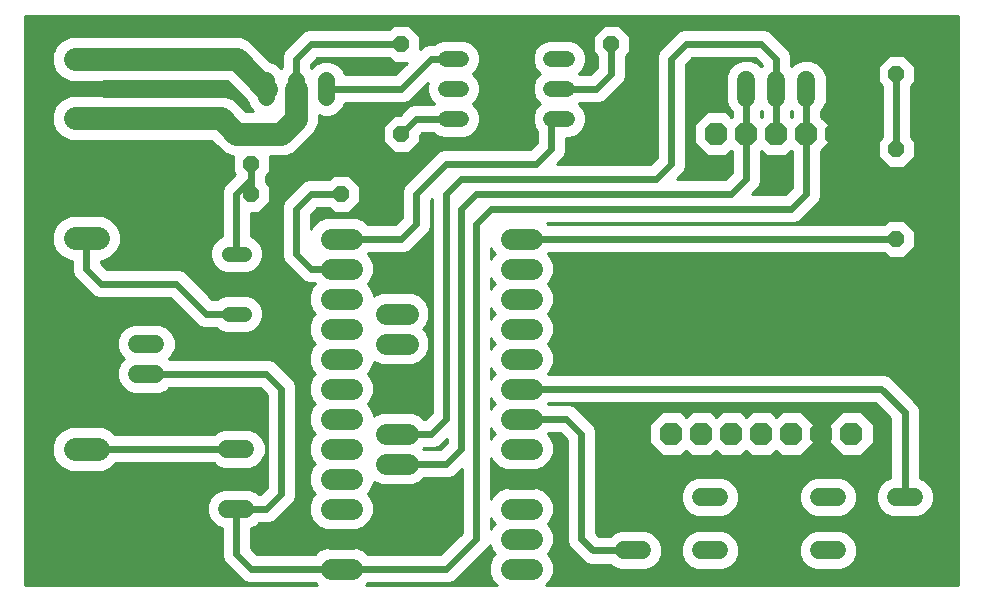
<source format=gbl>
G75*
%MOIN*%
%OFA0B0*%
%FSLAX25Y25*%
%IPPOS*%
%LPD*%
%AMOC8*
5,1,8,0,0,1.08239X$1,22.5*
%
%ADD10C,0.06000*%
%ADD11OC8,0.05200*%
%ADD12OC8,0.07600*%
%ADD13C,0.07800*%
%ADD14C,0.07087*%
%ADD15C,0.05150*%
%ADD16C,0.05600*%
%ADD17C,0.05200*%
%ADD18C,0.02400*%
%ADD19C,0.01000*%
%ADD20C,0.07600*%
D10*
X0073500Y0031500D02*
X0079500Y0031500D01*
X0079500Y0041500D02*
X0073500Y0041500D01*
X0073500Y0051500D02*
X0079500Y0051500D01*
X0049500Y0076500D02*
X0043500Y0076500D01*
X0043500Y0086500D02*
X0049500Y0086500D01*
X0049500Y0096500D02*
X0043500Y0096500D01*
X0205700Y0035400D02*
X0211700Y0035400D01*
X0231300Y0035400D02*
X0237300Y0035400D01*
X0237300Y0017600D02*
X0231300Y0017600D01*
X0211700Y0017600D02*
X0205700Y0017600D01*
X0270700Y0017600D02*
X0276700Y0017600D01*
X0296300Y0017600D02*
X0302300Y0017600D01*
X0302300Y0035400D02*
X0296300Y0035400D01*
X0276700Y0035400D02*
X0270700Y0035400D01*
X0266500Y0168500D02*
X0266500Y0174500D01*
X0256500Y0174500D02*
X0256500Y0168500D01*
X0246500Y0168500D02*
X0246500Y0174500D01*
X0276500Y0174500D02*
X0276500Y0168500D01*
D11*
X0296500Y0176500D03*
X0296500Y0186500D03*
X0296500Y0151500D03*
X0296500Y0121500D03*
X0201500Y0156500D03*
X0201500Y0186500D03*
X0131500Y0186500D03*
X0131500Y0156500D03*
X0111500Y0146500D03*
X0111500Y0136500D03*
X0081500Y0136500D03*
X0081500Y0146500D03*
D12*
X0221500Y0056500D03*
X0231500Y0056500D03*
X0241500Y0056500D03*
X0251500Y0056500D03*
X0261500Y0056500D03*
X0271500Y0056500D03*
X0281500Y0056500D03*
X0276500Y0156500D03*
X0266500Y0156500D03*
X0256500Y0156500D03*
X0246500Y0156500D03*
X0236500Y0156500D03*
D13*
X0030400Y0161700D02*
X0022600Y0161700D01*
X0022600Y0181400D02*
X0030400Y0181400D01*
X0030400Y0141400D02*
X0022600Y0141400D01*
X0022600Y0121700D02*
X0030400Y0121700D01*
X0030400Y0051400D02*
X0022600Y0051400D01*
X0022600Y0031700D02*
X0030400Y0031700D01*
D14*
X0107957Y0031500D02*
X0115043Y0031500D01*
X0115043Y0021500D02*
X0107957Y0021500D01*
X0107957Y0011500D02*
X0115043Y0011500D01*
X0115043Y0041500D02*
X0107957Y0041500D01*
X0107957Y0051500D02*
X0115043Y0051500D01*
X0126500Y0046500D02*
X0133587Y0046500D01*
X0133587Y0056500D02*
X0126500Y0056500D01*
X0115043Y0061500D02*
X0107957Y0061500D01*
X0107957Y0071500D02*
X0115043Y0071500D01*
X0115043Y0081500D02*
X0107957Y0081500D01*
X0107957Y0091500D02*
X0115043Y0091500D01*
X0126500Y0086500D02*
X0133587Y0086500D01*
X0133587Y0096500D02*
X0126500Y0096500D01*
X0115043Y0101500D02*
X0107957Y0101500D01*
X0107957Y0111500D02*
X0115043Y0111500D01*
X0115043Y0121500D02*
X0107957Y0121500D01*
X0167957Y0121500D02*
X0175043Y0121500D01*
X0175043Y0111500D02*
X0167957Y0111500D01*
X0167957Y0101500D02*
X0175043Y0101500D01*
X0175043Y0091500D02*
X0167957Y0091500D01*
X0167957Y0081500D02*
X0175043Y0081500D01*
X0175043Y0071500D02*
X0167957Y0071500D01*
X0167957Y0061500D02*
X0175043Y0061500D01*
X0175043Y0051500D02*
X0167957Y0051500D01*
X0167957Y0041500D02*
X0175043Y0041500D01*
X0175043Y0031500D02*
X0167957Y0031500D01*
X0167957Y0021500D02*
X0175043Y0021500D01*
X0175043Y0011500D02*
X0167957Y0011500D01*
D15*
X0079075Y0096500D02*
X0073925Y0096500D01*
X0073925Y0106500D02*
X0079075Y0106500D01*
X0079075Y0116500D02*
X0073925Y0116500D01*
D16*
X0086500Y0168700D02*
X0086500Y0174300D01*
X0096500Y0174300D02*
X0096500Y0168700D01*
X0106500Y0168700D02*
X0106500Y0174300D01*
D17*
X0146300Y0171500D02*
X0151500Y0171500D01*
X0151500Y0161500D02*
X0146300Y0161500D01*
X0146300Y0181500D02*
X0151500Y0181500D01*
X0181500Y0181500D02*
X0186700Y0181500D01*
X0186700Y0171500D02*
X0181500Y0171500D01*
X0181500Y0161500D02*
X0186700Y0161500D01*
D18*
X0181500Y0161500D02*
X0181500Y0151500D01*
X0176500Y0146500D01*
X0146500Y0146500D01*
X0136500Y0136500D01*
X0136500Y0126500D01*
X0131500Y0121500D01*
X0111500Y0121500D01*
X0111500Y0111500D02*
X0101500Y0111500D01*
X0096500Y0116500D01*
X0096500Y0131500D01*
X0101500Y0136500D01*
X0111500Y0136500D01*
X0081500Y0136500D02*
X0081500Y0141500D01*
X0076500Y0136500D01*
X0076500Y0116500D01*
X0056500Y0106500D02*
X0031500Y0106500D01*
X0026500Y0111500D01*
X0026500Y0121700D01*
X0056500Y0106500D02*
X0066500Y0096500D01*
X0076500Y0096500D01*
X0086500Y0076500D02*
X0046500Y0076500D01*
X0026600Y0051500D02*
X0026500Y0051400D01*
X0026600Y0051500D02*
X0076500Y0051500D01*
X0091500Y0036500D02*
X0091500Y0071500D01*
X0086500Y0076500D01*
X0126500Y0056500D02*
X0141500Y0056500D01*
X0146500Y0061500D01*
X0146500Y0136500D01*
X0151500Y0141500D01*
X0216500Y0141500D01*
X0221500Y0146500D01*
X0221500Y0181500D01*
X0226500Y0186500D01*
X0251500Y0186500D01*
X0256500Y0181500D01*
X0256500Y0171500D01*
X0256500Y0156500D01*
X0246500Y0156500D02*
X0246500Y0171500D01*
X0266500Y0171500D02*
X0266500Y0156500D01*
X0266500Y0136500D01*
X0261500Y0131500D01*
X0161500Y0131500D01*
X0156500Y0126500D01*
X0156500Y0021500D01*
X0146500Y0011500D01*
X0111500Y0011500D01*
X0081500Y0011500D01*
X0076500Y0016500D01*
X0076500Y0031500D01*
X0086500Y0031500D01*
X0091500Y0036500D01*
X0126500Y0046500D02*
X0146500Y0046500D01*
X0151500Y0051500D01*
X0151500Y0131500D01*
X0156500Y0136500D01*
X0241500Y0136500D01*
X0246500Y0141500D01*
X0246500Y0156500D01*
X0201500Y0176500D02*
X0201500Y0186500D01*
X0201500Y0176500D02*
X0196500Y0171500D01*
X0181500Y0171500D01*
X0151500Y0161500D02*
X0136500Y0161500D01*
X0131500Y0156500D01*
X0131500Y0171500D02*
X0141500Y0181500D01*
X0151500Y0181500D01*
X0131500Y0186500D02*
X0101500Y0186500D01*
X0096500Y0181500D01*
X0096500Y0171500D01*
X0106500Y0171500D02*
X0131500Y0171500D01*
X0081500Y0146500D02*
X0081500Y0141500D01*
X0171500Y0121500D02*
X0296500Y0121500D01*
X0296500Y0151500D02*
X0296500Y0176500D01*
X0291500Y0071500D02*
X0171500Y0071500D01*
X0171500Y0061500D02*
X0186500Y0061500D01*
X0191500Y0056500D01*
X0191500Y0021500D01*
X0195400Y0017600D01*
X0208700Y0017600D01*
X0291500Y0071500D02*
X0299300Y0063700D01*
X0299300Y0035400D01*
D19*
X0006000Y0006000D02*
X0006000Y0195701D01*
X0316921Y0195701D01*
X0316921Y0006000D01*
X0179787Y0006000D01*
X0181184Y0007397D01*
X0182287Y0010059D01*
X0182287Y0012941D01*
X0181184Y0015603D01*
X0180287Y0016500D01*
X0181184Y0017397D01*
X0182287Y0020059D01*
X0182287Y0022941D01*
X0181184Y0025603D01*
X0180287Y0026500D01*
X0181184Y0027397D01*
X0182287Y0030059D01*
X0182287Y0032941D01*
X0181184Y0035603D01*
X0179146Y0037641D01*
X0176484Y0038743D01*
X0166516Y0038743D01*
X0163854Y0037641D01*
X0161816Y0035603D01*
X0161400Y0034598D01*
X0161400Y0048402D01*
X0161816Y0047397D01*
X0163854Y0045359D01*
X0166516Y0044257D01*
X0176484Y0044257D01*
X0179146Y0045359D01*
X0181184Y0047397D01*
X0182287Y0050059D01*
X0182287Y0052941D01*
X0181184Y0055603D01*
X0180287Y0056500D01*
X0180387Y0056600D01*
X0184470Y0056600D01*
X0186600Y0054470D01*
X0186600Y0020525D01*
X0187346Y0018724D01*
X0188724Y0017346D01*
X0192624Y0013446D01*
X0194425Y0012700D01*
X0201125Y0012700D01*
X0201905Y0011920D01*
X0204367Y0010900D01*
X0213033Y0010900D01*
X0215495Y0011920D01*
X0217380Y0013805D01*
X0218400Y0016267D01*
X0218400Y0018933D01*
X0217380Y0021395D01*
X0215495Y0023280D01*
X0213033Y0024300D01*
X0204367Y0024300D01*
X0201905Y0023280D01*
X0201125Y0022500D01*
X0197430Y0022500D01*
X0196400Y0023530D01*
X0196400Y0057475D01*
X0195654Y0059276D01*
X0190654Y0064276D01*
X0189276Y0065654D01*
X0187475Y0066400D01*
X0180387Y0066400D01*
X0180287Y0066500D01*
X0180387Y0066600D01*
X0289470Y0066600D01*
X0294400Y0061670D01*
X0294400Y0041865D01*
X0292505Y0041080D01*
X0290620Y0039195D01*
X0289600Y0036733D01*
X0289600Y0034067D01*
X0290620Y0031605D01*
X0292505Y0029720D01*
X0294967Y0028700D01*
X0303633Y0028700D01*
X0306095Y0029720D01*
X0307980Y0031605D01*
X0309000Y0034067D01*
X0309000Y0036733D01*
X0307980Y0039195D01*
X0306095Y0041080D01*
X0304200Y0041865D01*
X0304200Y0064675D01*
X0303454Y0066476D01*
X0295654Y0074276D01*
X0294276Y0075654D01*
X0292475Y0076400D01*
X0180387Y0076400D01*
X0180287Y0076500D01*
X0181184Y0077397D01*
X0182287Y0080059D01*
X0182287Y0082941D01*
X0181184Y0085603D01*
X0180287Y0086500D01*
X0181184Y0087397D01*
X0182287Y0090059D01*
X0182287Y0092941D01*
X0181184Y0095603D01*
X0180287Y0096500D01*
X0181184Y0097397D01*
X0182287Y0100059D01*
X0182287Y0102941D01*
X0181184Y0105603D01*
X0180287Y0106500D01*
X0181184Y0107397D01*
X0182287Y0110059D01*
X0182287Y0112941D01*
X0181184Y0115603D01*
X0180287Y0116500D01*
X0180387Y0116600D01*
X0292490Y0116600D01*
X0293890Y0115200D01*
X0299110Y0115200D01*
X0302800Y0118890D01*
X0302800Y0124110D01*
X0299110Y0127800D01*
X0293890Y0127800D01*
X0292490Y0126400D01*
X0180387Y0126400D01*
X0180187Y0126600D01*
X0262475Y0126600D01*
X0264276Y0127346D01*
X0269276Y0132346D01*
X0270654Y0133724D01*
X0271400Y0135525D01*
X0271400Y0150793D01*
X0274000Y0153393D01*
X0274000Y0159607D01*
X0271400Y0162207D01*
X0271400Y0163925D01*
X0272180Y0164705D01*
X0273200Y0167167D01*
X0273200Y0175833D01*
X0272180Y0178295D01*
X0270295Y0180180D01*
X0267833Y0181200D01*
X0265167Y0181200D01*
X0262705Y0180180D01*
X0261500Y0178975D01*
X0261400Y0179075D01*
X0261400Y0182475D01*
X0260654Y0184276D01*
X0259276Y0185654D01*
X0254276Y0190654D01*
X0252475Y0191400D01*
X0225525Y0191400D01*
X0223724Y0190654D01*
X0222346Y0189276D01*
X0217346Y0184276D01*
X0216600Y0182475D01*
X0216600Y0148530D01*
X0214470Y0146400D01*
X0183330Y0146400D01*
X0185654Y0148724D01*
X0186400Y0150525D01*
X0186400Y0155200D01*
X0187953Y0155200D01*
X0190269Y0156159D01*
X0192041Y0157931D01*
X0193000Y0160247D01*
X0193000Y0162753D01*
X0192041Y0165069D01*
X0190610Y0166500D01*
X0190710Y0166600D01*
X0197475Y0166600D01*
X0199276Y0167346D01*
X0204276Y0172346D01*
X0205654Y0173724D01*
X0206400Y0175525D01*
X0206400Y0182490D01*
X0207800Y0183890D01*
X0207800Y0189110D01*
X0204110Y0192800D01*
X0198890Y0192800D01*
X0195200Y0189110D01*
X0195200Y0183890D01*
X0196600Y0182490D01*
X0196600Y0178530D01*
X0194470Y0176400D01*
X0190710Y0176400D01*
X0190610Y0176500D01*
X0192041Y0177931D01*
X0193000Y0180247D01*
X0193000Y0182753D01*
X0192041Y0185069D01*
X0190269Y0186841D01*
X0187953Y0187800D01*
X0180247Y0187800D01*
X0177931Y0186841D01*
X0176159Y0185069D01*
X0175200Y0182753D01*
X0175200Y0180247D01*
X0176159Y0177931D01*
X0177590Y0176500D01*
X0176159Y0175069D01*
X0175200Y0172753D01*
X0175200Y0170247D01*
X0176159Y0167931D01*
X0177590Y0166500D01*
X0176159Y0165069D01*
X0175200Y0162753D01*
X0175200Y0160247D01*
X0176159Y0157931D01*
X0176600Y0157490D01*
X0176600Y0153530D01*
X0174470Y0151400D01*
X0145525Y0151400D01*
X0143724Y0150654D01*
X0142346Y0149276D01*
X0132346Y0139276D01*
X0131600Y0137475D01*
X0131600Y0128530D01*
X0129470Y0126400D01*
X0120387Y0126400D01*
X0119146Y0127641D01*
X0116484Y0128743D01*
X0106516Y0128743D01*
X0103854Y0127641D01*
X0101816Y0125603D01*
X0101400Y0124598D01*
X0101400Y0129470D01*
X0103530Y0131600D01*
X0107490Y0131600D01*
X0108890Y0130200D01*
X0114110Y0130200D01*
X0117800Y0133890D01*
X0117800Y0139110D01*
X0114110Y0142800D01*
X0108890Y0142800D01*
X0107490Y0141400D01*
X0100525Y0141400D01*
X0098724Y0140654D01*
X0097346Y0139276D01*
X0092346Y0134276D01*
X0091600Y0132475D01*
X0091600Y0115525D01*
X0092346Y0113724D01*
X0093724Y0112346D01*
X0098724Y0107346D01*
X0100525Y0106600D01*
X0102613Y0106600D01*
X0102713Y0106500D01*
X0101816Y0105603D01*
X0100713Y0102941D01*
X0100713Y0100059D01*
X0101816Y0097397D01*
X0102713Y0096500D01*
X0101816Y0095603D01*
X0100713Y0092941D01*
X0100713Y0090059D01*
X0101816Y0087397D01*
X0102713Y0086500D01*
X0101816Y0085603D01*
X0100713Y0082941D01*
X0100713Y0080059D01*
X0101816Y0077397D01*
X0102713Y0076500D01*
X0101816Y0075603D01*
X0100713Y0072941D01*
X0100713Y0070059D01*
X0101816Y0067397D01*
X0102713Y0066500D01*
X0101816Y0065603D01*
X0100713Y0062941D01*
X0100713Y0060059D01*
X0101816Y0057397D01*
X0102713Y0056500D01*
X0101816Y0055603D01*
X0100713Y0052941D01*
X0100713Y0050059D01*
X0101816Y0047397D01*
X0102713Y0046500D01*
X0101816Y0045603D01*
X0100713Y0042941D01*
X0100713Y0040059D01*
X0101816Y0037397D01*
X0102713Y0036500D01*
X0101816Y0035603D01*
X0100713Y0032941D01*
X0100713Y0030059D01*
X0101816Y0027397D01*
X0103854Y0025359D01*
X0106516Y0024257D01*
X0116484Y0024257D01*
X0119146Y0025359D01*
X0121184Y0027397D01*
X0122287Y0030059D01*
X0122287Y0032941D01*
X0121184Y0035603D01*
X0120287Y0036500D01*
X0121184Y0037397D01*
X0122287Y0040059D01*
X0122287Y0040470D01*
X0122397Y0040359D01*
X0125059Y0039257D01*
X0135027Y0039257D01*
X0137690Y0040359D01*
X0138930Y0041600D01*
X0147475Y0041600D01*
X0149276Y0042346D01*
X0151600Y0044670D01*
X0151600Y0023530D01*
X0144470Y0016400D01*
X0120387Y0016400D01*
X0119146Y0017641D01*
X0116484Y0018743D01*
X0106516Y0018743D01*
X0103854Y0017641D01*
X0102613Y0016400D01*
X0083530Y0016400D01*
X0081400Y0018530D01*
X0081400Y0025035D01*
X0083295Y0025820D01*
X0084075Y0026600D01*
X0087475Y0026600D01*
X0089276Y0027346D01*
X0094276Y0032346D01*
X0095654Y0033724D01*
X0096400Y0035525D01*
X0096400Y0072475D01*
X0095654Y0074276D01*
X0090654Y0079276D01*
X0089276Y0080654D01*
X0087475Y0081400D01*
X0054075Y0081400D01*
X0053975Y0081500D01*
X0055180Y0082705D01*
X0056200Y0085167D01*
X0056200Y0087833D01*
X0055180Y0090295D01*
X0053295Y0092180D01*
X0050833Y0093200D01*
X0042167Y0093200D01*
X0039705Y0092180D01*
X0037820Y0090295D01*
X0036800Y0087833D01*
X0036800Y0085167D01*
X0037820Y0082705D01*
X0039025Y0081500D01*
X0037820Y0080295D01*
X0036800Y0077833D01*
X0036800Y0075167D01*
X0037820Y0072705D01*
X0039705Y0070820D01*
X0042167Y0069800D01*
X0050833Y0069800D01*
X0053295Y0070820D01*
X0054075Y0071600D01*
X0084470Y0071600D01*
X0086600Y0069470D01*
X0086600Y0038530D01*
X0084470Y0036400D01*
X0084075Y0036400D01*
X0083295Y0037180D01*
X0080833Y0038200D01*
X0072167Y0038200D01*
X0069705Y0037180D01*
X0067820Y0035295D01*
X0066800Y0032833D01*
X0066800Y0030167D01*
X0067820Y0027705D01*
X0069705Y0025820D01*
X0071600Y0025035D01*
X0071600Y0015525D01*
X0072346Y0013724D01*
X0073724Y0012346D01*
X0073724Y0012346D01*
X0077346Y0008724D01*
X0078724Y0007346D01*
X0080525Y0006600D01*
X0102613Y0006600D01*
X0103213Y0006000D01*
X0006000Y0006000D01*
X0006000Y0006493D02*
X0102721Y0006493D01*
X0102691Y0016478D02*
X0083452Y0016478D01*
X0082453Y0017476D02*
X0103689Y0017476D01*
X0105867Y0018475D02*
X0081455Y0018475D01*
X0081400Y0019473D02*
X0147544Y0019473D01*
X0148542Y0020472D02*
X0081400Y0020472D01*
X0081400Y0021470D02*
X0149541Y0021470D01*
X0150539Y0022469D02*
X0081400Y0022469D01*
X0081400Y0023467D02*
X0151538Y0023467D01*
X0151600Y0024466D02*
X0116989Y0024466D01*
X0119251Y0025464D02*
X0151600Y0025464D01*
X0151600Y0026463D02*
X0120250Y0026463D01*
X0121211Y0027461D02*
X0151600Y0027461D01*
X0151600Y0028460D02*
X0121624Y0028460D01*
X0122038Y0029458D02*
X0151600Y0029458D01*
X0151600Y0030457D02*
X0122287Y0030457D01*
X0122287Y0031455D02*
X0151600Y0031455D01*
X0151600Y0032454D02*
X0122287Y0032454D01*
X0122075Y0033452D02*
X0151600Y0033452D01*
X0151600Y0034451D02*
X0121661Y0034451D01*
X0121248Y0035449D02*
X0151600Y0035449D01*
X0151600Y0036448D02*
X0120339Y0036448D01*
X0121204Y0037446D02*
X0151600Y0037446D01*
X0151600Y0038445D02*
X0121618Y0038445D01*
X0122032Y0039443D02*
X0124608Y0039443D01*
X0122314Y0040442D02*
X0122287Y0040442D01*
X0135478Y0039443D02*
X0151600Y0039443D01*
X0151600Y0040442D02*
X0137772Y0040442D01*
X0138771Y0041440D02*
X0151600Y0041440D01*
X0151600Y0042439D02*
X0149369Y0042439D01*
X0150367Y0043437D02*
X0151600Y0043437D01*
X0151600Y0044436D02*
X0151366Y0044436D01*
X0161400Y0044436D02*
X0166083Y0044436D01*
X0163779Y0045434D02*
X0161400Y0045434D01*
X0161400Y0046433D02*
X0162780Y0046433D01*
X0161802Y0047432D02*
X0161400Y0047432D01*
X0161400Y0043437D02*
X0186600Y0043437D01*
X0186600Y0042439D02*
X0161400Y0042439D01*
X0161400Y0041440D02*
X0186600Y0041440D01*
X0186600Y0040442D02*
X0161400Y0040442D01*
X0161400Y0039443D02*
X0186600Y0039443D01*
X0186600Y0038445D02*
X0177204Y0038445D01*
X0179340Y0037446D02*
X0186600Y0037446D01*
X0186600Y0036448D02*
X0180339Y0036448D01*
X0181248Y0035449D02*
X0186600Y0035449D01*
X0186600Y0034451D02*
X0181661Y0034451D01*
X0182075Y0033452D02*
X0186600Y0033452D01*
X0186600Y0032454D02*
X0182287Y0032454D01*
X0182287Y0031455D02*
X0186600Y0031455D01*
X0186600Y0030457D02*
X0182287Y0030457D01*
X0182038Y0029458D02*
X0186600Y0029458D01*
X0186600Y0028460D02*
X0181624Y0028460D01*
X0181211Y0027461D02*
X0186600Y0027461D01*
X0186600Y0026463D02*
X0180324Y0026463D01*
X0181241Y0025464D02*
X0186600Y0025464D01*
X0186600Y0024466D02*
X0181655Y0024466D01*
X0182069Y0023467D02*
X0186600Y0023467D01*
X0186600Y0022469D02*
X0182287Y0022469D01*
X0182287Y0021470D02*
X0186600Y0021470D01*
X0186622Y0020472D02*
X0182287Y0020472D01*
X0182044Y0019473D02*
X0187036Y0019473D01*
X0187596Y0018475D02*
X0181630Y0018475D01*
X0181217Y0017476D02*
X0188594Y0017476D01*
X0189593Y0016478D02*
X0180309Y0016478D01*
X0181235Y0015479D02*
X0190591Y0015479D01*
X0191590Y0014481D02*
X0181649Y0014481D01*
X0182062Y0013482D02*
X0192588Y0013482D01*
X0201341Y0012484D02*
X0182287Y0012484D01*
X0182287Y0011485D02*
X0202955Y0011485D01*
X0214445Y0011485D02*
X0228555Y0011485D01*
X0227505Y0011920D02*
X0229967Y0010900D01*
X0238633Y0010900D01*
X0241095Y0011920D01*
X0242980Y0013805D01*
X0244000Y0016267D01*
X0244000Y0018933D01*
X0242980Y0021395D01*
X0241095Y0023280D01*
X0238633Y0024300D01*
X0229967Y0024300D01*
X0227505Y0023280D01*
X0225620Y0021395D01*
X0224600Y0018933D01*
X0224600Y0016267D01*
X0225620Y0013805D01*
X0227505Y0011920D01*
X0226941Y0012484D02*
X0216059Y0012484D01*
X0217057Y0013482D02*
X0225943Y0013482D01*
X0225340Y0014481D02*
X0217660Y0014481D01*
X0218074Y0015479D02*
X0224926Y0015479D01*
X0224600Y0016478D02*
X0218400Y0016478D01*
X0218400Y0017476D02*
X0224600Y0017476D01*
X0224600Y0018475D02*
X0218400Y0018475D01*
X0218176Y0019473D02*
X0224824Y0019473D01*
X0225237Y0020472D02*
X0217763Y0020472D01*
X0217305Y0021470D02*
X0225695Y0021470D01*
X0226694Y0022469D02*
X0216306Y0022469D01*
X0215043Y0023467D02*
X0227957Y0023467D01*
X0229967Y0028700D02*
X0227505Y0029720D01*
X0225620Y0031605D01*
X0224600Y0034067D01*
X0224600Y0036733D01*
X0225620Y0039195D01*
X0227505Y0041080D01*
X0229967Y0042100D01*
X0238633Y0042100D01*
X0241095Y0041080D01*
X0242980Y0039195D01*
X0244000Y0036733D01*
X0244000Y0034067D01*
X0242980Y0031605D01*
X0241095Y0029720D01*
X0238633Y0028700D01*
X0229967Y0028700D01*
X0228137Y0029458D02*
X0196400Y0029458D01*
X0196400Y0028460D02*
X0316921Y0028460D01*
X0316921Y0029458D02*
X0305463Y0029458D01*
X0306832Y0030457D02*
X0316921Y0030457D01*
X0316921Y0031455D02*
X0307831Y0031455D01*
X0308332Y0032454D02*
X0316921Y0032454D01*
X0316921Y0033452D02*
X0308745Y0033452D01*
X0309000Y0034451D02*
X0316921Y0034451D01*
X0316921Y0035449D02*
X0309000Y0035449D01*
X0309000Y0036448D02*
X0316921Y0036448D01*
X0316921Y0037446D02*
X0308704Y0037446D01*
X0308291Y0038445D02*
X0316921Y0038445D01*
X0316921Y0039443D02*
X0307732Y0039443D01*
X0306733Y0040442D02*
X0316921Y0040442D01*
X0316921Y0041440D02*
X0305225Y0041440D01*
X0304200Y0042439D02*
X0316921Y0042439D01*
X0316921Y0043437D02*
X0304200Y0043437D01*
X0304200Y0044436D02*
X0316921Y0044436D01*
X0316921Y0045434D02*
X0304200Y0045434D01*
X0304200Y0046433D02*
X0316921Y0046433D01*
X0316921Y0047432D02*
X0304200Y0047432D01*
X0304200Y0048430D02*
X0316921Y0048430D01*
X0316921Y0049429D02*
X0304200Y0049429D01*
X0304200Y0050427D02*
X0316921Y0050427D01*
X0316921Y0051426D02*
X0304200Y0051426D01*
X0304200Y0052424D02*
X0316921Y0052424D01*
X0316921Y0053423D02*
X0304200Y0053423D01*
X0304200Y0054421D02*
X0316921Y0054421D01*
X0316921Y0055420D02*
X0304200Y0055420D01*
X0304200Y0056418D02*
X0316921Y0056418D01*
X0316921Y0057417D02*
X0304200Y0057417D01*
X0304200Y0058415D02*
X0316921Y0058415D01*
X0316921Y0059414D02*
X0304200Y0059414D01*
X0304200Y0060412D02*
X0316921Y0060412D01*
X0316921Y0061411D02*
X0304200Y0061411D01*
X0304200Y0062409D02*
X0316921Y0062409D01*
X0316921Y0063408D02*
X0304200Y0063408D01*
X0304200Y0064406D02*
X0316921Y0064406D01*
X0316921Y0065405D02*
X0303898Y0065405D01*
X0303484Y0066403D02*
X0316921Y0066403D01*
X0316921Y0067402D02*
X0302528Y0067402D01*
X0301529Y0068400D02*
X0316921Y0068400D01*
X0316921Y0069399D02*
X0300531Y0069399D01*
X0299532Y0070397D02*
X0316921Y0070397D01*
X0316921Y0071396D02*
X0298534Y0071396D01*
X0297535Y0072394D02*
X0316921Y0072394D01*
X0316921Y0073393D02*
X0296537Y0073393D01*
X0295538Y0074391D02*
X0316921Y0074391D01*
X0316921Y0075390D02*
X0294540Y0075390D01*
X0292503Y0076388D02*
X0316921Y0076388D01*
X0316921Y0077387D02*
X0181174Y0077387D01*
X0181593Y0078385D02*
X0316921Y0078385D01*
X0316921Y0079384D02*
X0182007Y0079384D01*
X0182287Y0080382D02*
X0316921Y0080382D01*
X0316921Y0081381D02*
X0182287Y0081381D01*
X0182287Y0082379D02*
X0316921Y0082379D01*
X0316921Y0083378D02*
X0182106Y0083378D01*
X0181692Y0084376D02*
X0316921Y0084376D01*
X0316921Y0085375D02*
X0181278Y0085375D01*
X0180413Y0086373D02*
X0316921Y0086373D01*
X0316921Y0087372D02*
X0181159Y0087372D01*
X0181587Y0088370D02*
X0316921Y0088370D01*
X0316921Y0089369D02*
X0182001Y0089369D01*
X0182287Y0090368D02*
X0316921Y0090368D01*
X0316921Y0091366D02*
X0182287Y0091366D01*
X0182287Y0092365D02*
X0316921Y0092365D01*
X0316921Y0093363D02*
X0182112Y0093363D01*
X0181698Y0094362D02*
X0316921Y0094362D01*
X0316921Y0095360D02*
X0181285Y0095360D01*
X0180428Y0096359D02*
X0316921Y0096359D01*
X0316921Y0097357D02*
X0181144Y0097357D01*
X0181581Y0098356D02*
X0316921Y0098356D01*
X0316921Y0099354D02*
X0181995Y0099354D01*
X0182287Y0100353D02*
X0316921Y0100353D01*
X0316921Y0101351D02*
X0182287Y0101351D01*
X0182287Y0102350D02*
X0316921Y0102350D01*
X0316921Y0103348D02*
X0182118Y0103348D01*
X0181704Y0104347D02*
X0316921Y0104347D01*
X0316921Y0105345D02*
X0181291Y0105345D01*
X0180443Y0106344D02*
X0316921Y0106344D01*
X0316921Y0107342D02*
X0181129Y0107342D01*
X0181575Y0108341D02*
X0316921Y0108341D01*
X0316921Y0109339D02*
X0181988Y0109339D01*
X0182287Y0110338D02*
X0316921Y0110338D01*
X0316921Y0111336D02*
X0182287Y0111336D01*
X0182287Y0112335D02*
X0316921Y0112335D01*
X0316921Y0113333D02*
X0182124Y0113333D01*
X0181710Y0114332D02*
X0316921Y0114332D01*
X0316921Y0115330D02*
X0299240Y0115330D01*
X0300238Y0116329D02*
X0316921Y0116329D01*
X0316921Y0117327D02*
X0301237Y0117327D01*
X0302235Y0118326D02*
X0316921Y0118326D01*
X0316921Y0119324D02*
X0302800Y0119324D01*
X0302800Y0120323D02*
X0316921Y0120323D01*
X0316921Y0121321D02*
X0302800Y0121321D01*
X0302800Y0122320D02*
X0316921Y0122320D01*
X0316921Y0123318D02*
X0302800Y0123318D01*
X0302593Y0124317D02*
X0316921Y0124317D01*
X0316921Y0125315D02*
X0301594Y0125315D01*
X0300596Y0126314D02*
X0316921Y0126314D01*
X0316921Y0127312D02*
X0299597Y0127312D01*
X0293403Y0127312D02*
X0264195Y0127312D01*
X0265241Y0128311D02*
X0316921Y0128311D01*
X0316921Y0129309D02*
X0266239Y0129309D01*
X0267238Y0130308D02*
X0316921Y0130308D01*
X0316921Y0131306D02*
X0268236Y0131306D01*
X0269235Y0132305D02*
X0316921Y0132305D01*
X0316921Y0133303D02*
X0270233Y0133303D01*
X0270893Y0134302D02*
X0316921Y0134302D01*
X0316921Y0135301D02*
X0271307Y0135301D01*
X0271400Y0136299D02*
X0316921Y0136299D01*
X0316921Y0137298D02*
X0271400Y0137298D01*
X0271400Y0138296D02*
X0316921Y0138296D01*
X0316921Y0139295D02*
X0271400Y0139295D01*
X0271400Y0140293D02*
X0316921Y0140293D01*
X0316921Y0141292D02*
X0271400Y0141292D01*
X0271400Y0142290D02*
X0316921Y0142290D01*
X0316921Y0143289D02*
X0271400Y0143289D01*
X0271400Y0144287D02*
X0316921Y0144287D01*
X0316921Y0145286D02*
X0299195Y0145286D01*
X0299110Y0145200D02*
X0302800Y0148890D01*
X0302800Y0154110D01*
X0301400Y0155510D01*
X0301400Y0172490D01*
X0302800Y0173890D01*
X0302800Y0179110D01*
X0299110Y0182800D01*
X0293890Y0182800D01*
X0290200Y0179110D01*
X0290200Y0173890D01*
X0291600Y0172490D01*
X0291600Y0155510D01*
X0290200Y0154110D01*
X0290200Y0148890D01*
X0293890Y0145200D01*
X0299110Y0145200D01*
X0300194Y0146284D02*
X0316921Y0146284D01*
X0316921Y0147283D02*
X0301192Y0147283D01*
X0302191Y0148281D02*
X0316921Y0148281D01*
X0316921Y0149280D02*
X0302800Y0149280D01*
X0302800Y0150278D02*
X0316921Y0150278D01*
X0316921Y0151277D02*
X0302800Y0151277D01*
X0302800Y0152275D02*
X0316921Y0152275D01*
X0316921Y0153274D02*
X0302800Y0153274D01*
X0302637Y0154272D02*
X0316921Y0154272D01*
X0316921Y0155271D02*
X0301639Y0155271D01*
X0301400Y0156269D02*
X0316921Y0156269D01*
X0316921Y0157268D02*
X0301400Y0157268D01*
X0301400Y0158266D02*
X0316921Y0158266D01*
X0316921Y0159265D02*
X0301400Y0159265D01*
X0301400Y0160263D02*
X0316921Y0160263D01*
X0316921Y0161262D02*
X0301400Y0161262D01*
X0301400Y0162260D02*
X0316921Y0162260D01*
X0316921Y0163259D02*
X0301400Y0163259D01*
X0301400Y0164257D02*
X0316921Y0164257D01*
X0316921Y0165256D02*
X0301400Y0165256D01*
X0301400Y0166254D02*
X0316921Y0166254D01*
X0316921Y0167253D02*
X0301400Y0167253D01*
X0301400Y0168251D02*
X0316921Y0168251D01*
X0316921Y0169250D02*
X0301400Y0169250D01*
X0301400Y0170248D02*
X0316921Y0170248D01*
X0316921Y0171247D02*
X0301400Y0171247D01*
X0301400Y0172245D02*
X0316921Y0172245D01*
X0316921Y0173244D02*
X0302153Y0173244D01*
X0302800Y0174242D02*
X0316921Y0174242D01*
X0316921Y0175241D02*
X0302800Y0175241D01*
X0302800Y0176239D02*
X0316921Y0176239D01*
X0316921Y0177238D02*
X0302800Y0177238D01*
X0302800Y0178237D02*
X0316921Y0178237D01*
X0316921Y0179235D02*
X0302675Y0179235D01*
X0301676Y0180234D02*
X0316921Y0180234D01*
X0316921Y0181232D02*
X0300677Y0181232D01*
X0299679Y0182231D02*
X0316921Y0182231D01*
X0316921Y0183229D02*
X0261088Y0183229D01*
X0261400Y0182231D02*
X0293321Y0182231D01*
X0292323Y0181232D02*
X0261400Y0181232D01*
X0261400Y0180234D02*
X0262834Y0180234D01*
X0261760Y0179235D02*
X0261400Y0179235D01*
X0260674Y0184228D02*
X0316921Y0184228D01*
X0316921Y0185226D02*
X0259704Y0185226D01*
X0258705Y0186225D02*
X0316921Y0186225D01*
X0316921Y0187223D02*
X0257707Y0187223D01*
X0256708Y0188222D02*
X0316921Y0188222D01*
X0316921Y0189220D02*
X0255709Y0189220D01*
X0254711Y0190219D02*
X0316921Y0190219D01*
X0316921Y0191217D02*
X0252916Y0191217D01*
X0249470Y0181600D02*
X0251600Y0179470D01*
X0251600Y0179075D01*
X0251500Y0178975D01*
X0250295Y0180180D01*
X0247833Y0181200D01*
X0245167Y0181200D01*
X0242705Y0180180D01*
X0240820Y0178295D01*
X0239800Y0175833D01*
X0239800Y0167167D01*
X0240820Y0164705D01*
X0241600Y0163925D01*
X0241600Y0162207D01*
X0241500Y0162107D01*
X0239607Y0164000D01*
X0233393Y0164000D01*
X0229000Y0159607D01*
X0229000Y0153393D01*
X0233393Y0149000D01*
X0239607Y0149000D01*
X0241500Y0150893D01*
X0241600Y0150793D01*
X0241600Y0143530D01*
X0239470Y0141400D01*
X0223330Y0141400D01*
X0224276Y0142346D01*
X0225654Y0143724D01*
X0226400Y0145525D01*
X0226400Y0179470D01*
X0228530Y0181600D01*
X0249470Y0181600D01*
X0249838Y0181232D02*
X0228162Y0181232D01*
X0227163Y0180234D02*
X0242834Y0180234D01*
X0241760Y0179235D02*
X0226400Y0179235D01*
X0226400Y0178237D02*
X0240796Y0178237D01*
X0240382Y0177238D02*
X0226400Y0177238D01*
X0226400Y0176239D02*
X0239968Y0176239D01*
X0239800Y0175241D02*
X0226400Y0175241D01*
X0226400Y0174242D02*
X0239800Y0174242D01*
X0239800Y0173244D02*
X0226400Y0173244D01*
X0226400Y0172245D02*
X0239800Y0172245D01*
X0239800Y0171247D02*
X0226400Y0171247D01*
X0226400Y0170248D02*
X0239800Y0170248D01*
X0239800Y0169250D02*
X0226400Y0169250D01*
X0226400Y0168251D02*
X0239800Y0168251D01*
X0239800Y0167253D02*
X0226400Y0167253D01*
X0226400Y0166254D02*
X0240178Y0166254D01*
X0240592Y0165256D02*
X0226400Y0165256D01*
X0226400Y0164257D02*
X0241267Y0164257D01*
X0241600Y0163259D02*
X0240348Y0163259D01*
X0241346Y0162260D02*
X0241600Y0162260D01*
X0232652Y0163259D02*
X0226400Y0163259D01*
X0226400Y0162260D02*
X0231654Y0162260D01*
X0230655Y0161262D02*
X0226400Y0161262D01*
X0226400Y0160263D02*
X0229657Y0160263D01*
X0229000Y0159265D02*
X0226400Y0159265D01*
X0226400Y0158266D02*
X0229000Y0158266D01*
X0229000Y0157268D02*
X0226400Y0157268D01*
X0226400Y0156269D02*
X0229000Y0156269D01*
X0229000Y0155271D02*
X0226400Y0155271D01*
X0226400Y0154272D02*
X0229000Y0154272D01*
X0229120Y0153274D02*
X0226400Y0153274D01*
X0226400Y0152275D02*
X0230118Y0152275D01*
X0231117Y0151277D02*
X0226400Y0151277D01*
X0226400Y0150278D02*
X0232115Y0150278D01*
X0233114Y0149280D02*
X0226400Y0149280D01*
X0226400Y0148281D02*
X0241600Y0148281D01*
X0241600Y0147283D02*
X0226400Y0147283D01*
X0226400Y0146284D02*
X0241600Y0146284D01*
X0241600Y0145286D02*
X0226301Y0145286D01*
X0225887Y0144287D02*
X0241600Y0144287D01*
X0241359Y0143289D02*
X0225218Y0143289D01*
X0224220Y0142290D02*
X0240360Y0142290D01*
X0239886Y0149280D02*
X0241600Y0149280D01*
X0241600Y0150278D02*
X0240885Y0150278D01*
X0251400Y0150278D02*
X0252115Y0150278D01*
X0251500Y0150893D02*
X0253393Y0149000D01*
X0259607Y0149000D01*
X0261500Y0150893D01*
X0261600Y0150793D01*
X0261600Y0138530D01*
X0259470Y0136400D01*
X0248330Y0136400D01*
X0249276Y0137346D01*
X0250654Y0138724D01*
X0251400Y0140525D01*
X0251400Y0150793D01*
X0251500Y0150893D01*
X0251400Y0149280D02*
X0253114Y0149280D01*
X0251400Y0148281D02*
X0261600Y0148281D01*
X0261600Y0147283D02*
X0251400Y0147283D01*
X0251400Y0146284D02*
X0261600Y0146284D01*
X0261600Y0145286D02*
X0251400Y0145286D01*
X0251400Y0144287D02*
X0261600Y0144287D01*
X0261600Y0143289D02*
X0251400Y0143289D01*
X0251400Y0142290D02*
X0261600Y0142290D01*
X0261600Y0141292D02*
X0251400Y0141292D01*
X0251304Y0140293D02*
X0261600Y0140293D01*
X0261600Y0139295D02*
X0250890Y0139295D01*
X0250226Y0138296D02*
X0261366Y0138296D01*
X0260368Y0137298D02*
X0249227Y0137298D01*
X0259886Y0149280D02*
X0261600Y0149280D01*
X0261600Y0150278D02*
X0260885Y0150278D01*
X0271400Y0150278D02*
X0290200Y0150278D01*
X0290200Y0149280D02*
X0271400Y0149280D01*
X0271400Y0148281D02*
X0290809Y0148281D01*
X0291808Y0147283D02*
X0271400Y0147283D01*
X0271400Y0146284D02*
X0292806Y0146284D01*
X0293805Y0145286D02*
X0271400Y0145286D01*
X0271883Y0151277D02*
X0290200Y0151277D01*
X0290200Y0152275D02*
X0272882Y0152275D01*
X0273880Y0153274D02*
X0290200Y0153274D01*
X0290363Y0154272D02*
X0274000Y0154272D01*
X0274000Y0155271D02*
X0291361Y0155271D01*
X0291600Y0156269D02*
X0274000Y0156269D01*
X0274000Y0157268D02*
X0291600Y0157268D01*
X0291600Y0158266D02*
X0274000Y0158266D01*
X0274000Y0159265D02*
X0291600Y0159265D01*
X0291600Y0160263D02*
X0273343Y0160263D01*
X0272345Y0161262D02*
X0291600Y0161262D01*
X0291600Y0162260D02*
X0271400Y0162260D01*
X0271400Y0163259D02*
X0291600Y0163259D01*
X0291600Y0164257D02*
X0271733Y0164257D01*
X0272408Y0165256D02*
X0291600Y0165256D01*
X0291600Y0166254D02*
X0272822Y0166254D01*
X0273200Y0167253D02*
X0291600Y0167253D01*
X0291600Y0168251D02*
X0273200Y0168251D01*
X0273200Y0169250D02*
X0291600Y0169250D01*
X0291600Y0170248D02*
X0273200Y0170248D01*
X0273200Y0171247D02*
X0291600Y0171247D01*
X0291600Y0172245D02*
X0273200Y0172245D01*
X0273200Y0173244D02*
X0290847Y0173244D01*
X0290200Y0174242D02*
X0273200Y0174242D01*
X0273200Y0175241D02*
X0290200Y0175241D01*
X0290200Y0176239D02*
X0273032Y0176239D01*
X0272618Y0177238D02*
X0290200Y0177238D01*
X0290200Y0178237D02*
X0272204Y0178237D01*
X0271240Y0179235D02*
X0290325Y0179235D01*
X0291324Y0180234D02*
X0270166Y0180234D01*
X0251600Y0179235D02*
X0251240Y0179235D01*
X0250837Y0180234D02*
X0250166Y0180234D01*
X0251500Y0164025D02*
X0251400Y0163925D01*
X0251400Y0162207D01*
X0251500Y0162107D01*
X0251600Y0162207D01*
X0251600Y0163925D01*
X0251500Y0164025D01*
X0251400Y0163259D02*
X0251600Y0163259D01*
X0251600Y0162260D02*
X0251400Y0162260D01*
X0261400Y0162260D02*
X0261600Y0162260D01*
X0261600Y0162207D02*
X0261500Y0162107D01*
X0261400Y0162207D01*
X0261400Y0163925D01*
X0261500Y0164025D01*
X0261600Y0163925D01*
X0261600Y0162207D01*
X0261600Y0163259D02*
X0261400Y0163259D01*
X0221292Y0188222D02*
X0207800Y0188222D01*
X0207800Y0187223D02*
X0220293Y0187223D01*
X0219295Y0186225D02*
X0207800Y0186225D01*
X0207800Y0185226D02*
X0218296Y0185226D01*
X0217326Y0184228D02*
X0207800Y0184228D01*
X0207139Y0183229D02*
X0216912Y0183229D01*
X0216600Y0182231D02*
X0206400Y0182231D01*
X0206400Y0181232D02*
X0216600Y0181232D01*
X0216600Y0180234D02*
X0206400Y0180234D01*
X0206400Y0179235D02*
X0216600Y0179235D01*
X0216600Y0178237D02*
X0206400Y0178237D01*
X0206400Y0177238D02*
X0216600Y0177238D01*
X0216600Y0176239D02*
X0206400Y0176239D01*
X0206282Y0175241D02*
X0216600Y0175241D01*
X0216600Y0174242D02*
X0205869Y0174242D01*
X0205174Y0173244D02*
X0216600Y0173244D01*
X0216600Y0172245D02*
X0204175Y0172245D01*
X0203177Y0171247D02*
X0216600Y0171247D01*
X0216600Y0170248D02*
X0202178Y0170248D01*
X0201180Y0169250D02*
X0216600Y0169250D01*
X0216600Y0168251D02*
X0200181Y0168251D01*
X0199051Y0167253D02*
X0216600Y0167253D01*
X0216600Y0166254D02*
X0190855Y0166254D01*
X0191854Y0165256D02*
X0216600Y0165256D01*
X0216600Y0164257D02*
X0192377Y0164257D01*
X0192791Y0163259D02*
X0216600Y0163259D01*
X0216600Y0162260D02*
X0193000Y0162260D01*
X0193000Y0161262D02*
X0216600Y0161262D01*
X0216600Y0160263D02*
X0193000Y0160263D01*
X0192593Y0159265D02*
X0216600Y0159265D01*
X0216600Y0158266D02*
X0192180Y0158266D01*
X0191377Y0157268D02*
X0216600Y0157268D01*
X0216600Y0156269D02*
X0190379Y0156269D01*
X0188124Y0155271D02*
X0216600Y0155271D01*
X0216600Y0154272D02*
X0186400Y0154272D01*
X0186400Y0153274D02*
X0216600Y0153274D01*
X0216600Y0152275D02*
X0186400Y0152275D01*
X0186400Y0151277D02*
X0216600Y0151277D01*
X0216600Y0150278D02*
X0186298Y0150278D01*
X0185884Y0149280D02*
X0216600Y0149280D01*
X0216352Y0148281D02*
X0185211Y0148281D01*
X0184212Y0147283D02*
X0215353Y0147283D01*
X0176600Y0154272D02*
X0137800Y0154272D01*
X0137800Y0153890D02*
X0134110Y0150200D01*
X0128890Y0150200D01*
X0125200Y0153890D01*
X0125200Y0159110D01*
X0128890Y0162800D01*
X0130870Y0162800D01*
X0133724Y0165654D01*
X0135525Y0166400D01*
X0142290Y0166400D01*
X0142390Y0166500D01*
X0140959Y0167931D01*
X0140000Y0170247D01*
X0140000Y0172753D01*
X0140224Y0173295D01*
X0134276Y0167346D01*
X0132475Y0166600D01*
X0112666Y0166600D01*
X0112010Y0165018D01*
X0110182Y0163190D01*
X0107793Y0162200D01*
X0105207Y0162200D01*
X0104000Y0162700D01*
X0104000Y0160008D01*
X0102858Y0157252D01*
X0100748Y0155142D01*
X0095748Y0150142D01*
X0092992Y0149000D01*
X0087800Y0149000D01*
X0087800Y0143890D01*
X0086400Y0142490D01*
X0086400Y0140510D01*
X0087800Y0139110D01*
X0087800Y0133890D01*
X0084110Y0130200D01*
X0081400Y0130200D01*
X0081400Y0122329D01*
X0082629Y0121820D01*
X0084394Y0120054D01*
X0085350Y0117748D01*
X0085350Y0115252D01*
X0084394Y0112946D01*
X0082629Y0111180D01*
X0080323Y0110225D01*
X0072677Y0110225D01*
X0070371Y0111180D01*
X0068606Y0112946D01*
X0067650Y0115252D01*
X0067650Y0117748D01*
X0068606Y0120054D01*
X0070371Y0121820D01*
X0071600Y0122329D01*
X0071600Y0137475D01*
X0072346Y0139276D01*
X0076080Y0143010D01*
X0075200Y0143890D01*
X0075200Y0149000D01*
X0075008Y0149000D01*
X0072252Y0150142D01*
X0070142Y0152252D01*
X0068193Y0154200D01*
X0032153Y0154200D01*
X0031912Y0154100D01*
X0021088Y0154100D01*
X0018295Y0155257D01*
X0016157Y0157395D01*
X0015000Y0160188D01*
X0015000Y0163212D01*
X0016157Y0166005D01*
X0018295Y0168143D01*
X0021088Y0169300D01*
X0031912Y0169300D01*
X0032153Y0169200D01*
X0072792Y0169200D01*
X0075548Y0168058D01*
X0079607Y0164000D01*
X0082008Y0164000D01*
X0080990Y0165018D01*
X0080010Y0167384D01*
X0073493Y0173900D01*
X0032153Y0173900D01*
X0031912Y0173800D01*
X0021088Y0173800D01*
X0018295Y0174957D01*
X0016157Y0177095D01*
X0015000Y0179888D01*
X0015000Y0182912D01*
X0016157Y0185705D01*
X0018295Y0187843D01*
X0021088Y0189000D01*
X0031912Y0189000D01*
X0032153Y0188900D01*
X0078092Y0188900D01*
X0080848Y0187758D01*
X0087816Y0180790D01*
X0090182Y0179810D01*
X0091500Y0178492D01*
X0091600Y0178592D01*
X0091600Y0182475D01*
X0092346Y0184276D01*
X0093724Y0185654D01*
X0093724Y0185654D01*
X0098724Y0190654D01*
X0100525Y0191400D01*
X0127490Y0191400D01*
X0128890Y0192800D01*
X0134110Y0192800D01*
X0137800Y0189110D01*
X0137800Y0184730D01*
X0138724Y0185654D01*
X0140525Y0186400D01*
X0142290Y0186400D01*
X0142731Y0186841D01*
X0145047Y0187800D01*
X0152753Y0187800D01*
X0155069Y0186841D01*
X0156841Y0185069D01*
X0157800Y0182753D01*
X0157800Y0180247D01*
X0156841Y0177931D01*
X0155410Y0176500D01*
X0156841Y0175069D01*
X0157800Y0172753D01*
X0157800Y0170247D01*
X0156841Y0167931D01*
X0155410Y0166500D01*
X0156841Y0165069D01*
X0157800Y0162753D01*
X0157800Y0160247D01*
X0156841Y0157931D01*
X0155069Y0156159D01*
X0152753Y0155200D01*
X0145047Y0155200D01*
X0142731Y0156159D01*
X0142290Y0156600D01*
X0138530Y0156600D01*
X0137800Y0155870D01*
X0137800Y0153890D01*
X0137183Y0153274D02*
X0176344Y0153274D01*
X0175346Y0152275D02*
X0136185Y0152275D01*
X0135186Y0151277D02*
X0145228Y0151277D01*
X0143349Y0150278D02*
X0134188Y0150278D01*
X0128812Y0150278D02*
X0095885Y0150278D01*
X0096883Y0151277D02*
X0127814Y0151277D01*
X0126815Y0152275D02*
X0097882Y0152275D01*
X0098880Y0153274D02*
X0125817Y0153274D01*
X0125200Y0154272D02*
X0099879Y0154272D01*
X0100877Y0155271D02*
X0125200Y0155271D01*
X0125200Y0156269D02*
X0101876Y0156269D01*
X0102865Y0157268D02*
X0125200Y0157268D01*
X0125200Y0158266D02*
X0103278Y0158266D01*
X0103692Y0159265D02*
X0125355Y0159265D01*
X0126354Y0160263D02*
X0104000Y0160263D01*
X0104000Y0161262D02*
X0127352Y0161262D01*
X0128351Y0162260D02*
X0107939Y0162260D01*
X0110251Y0163259D02*
X0131329Y0163259D01*
X0132328Y0164257D02*
X0111250Y0164257D01*
X0112109Y0165256D02*
X0133326Y0165256D01*
X0135174Y0166254D02*
X0112523Y0166254D01*
X0105061Y0162260D02*
X0104000Y0162260D01*
X0093667Y0149280D02*
X0142350Y0149280D01*
X0141352Y0148281D02*
X0087800Y0148281D01*
X0087800Y0147283D02*
X0140353Y0147283D01*
X0139355Y0146284D02*
X0087800Y0146284D01*
X0087800Y0145286D02*
X0138356Y0145286D01*
X0137357Y0144287D02*
X0087800Y0144287D01*
X0087198Y0143289D02*
X0136359Y0143289D01*
X0135360Y0142290D02*
X0114619Y0142290D01*
X0115618Y0141292D02*
X0134362Y0141292D01*
X0133363Y0140293D02*
X0116616Y0140293D01*
X0117615Y0139295D02*
X0132365Y0139295D01*
X0131940Y0138296D02*
X0117800Y0138296D01*
X0117800Y0137298D02*
X0131600Y0137298D01*
X0131600Y0136299D02*
X0117800Y0136299D01*
X0117800Y0135301D02*
X0131600Y0135301D01*
X0131600Y0134302D02*
X0117800Y0134302D01*
X0117213Y0133303D02*
X0131600Y0133303D01*
X0131600Y0132305D02*
X0116215Y0132305D01*
X0115216Y0131306D02*
X0131600Y0131306D01*
X0131600Y0130308D02*
X0114217Y0130308D01*
X0117528Y0128311D02*
X0131381Y0128311D01*
X0131600Y0129309D02*
X0101400Y0129309D01*
X0101400Y0128311D02*
X0105472Y0128311D01*
X0103526Y0127312D02*
X0101400Y0127312D01*
X0101400Y0126314D02*
X0102527Y0126314D01*
X0101697Y0125315D02*
X0101400Y0125315D01*
X0102238Y0130308D02*
X0108782Y0130308D01*
X0107784Y0131306D02*
X0103236Y0131306D01*
X0095368Y0137298D02*
X0087800Y0137298D01*
X0087800Y0138296D02*
X0096366Y0138296D01*
X0097365Y0139295D02*
X0087615Y0139295D01*
X0086616Y0140293D02*
X0098363Y0140293D01*
X0100264Y0141292D02*
X0086400Y0141292D01*
X0086400Y0142290D02*
X0108381Y0142290D01*
X0094369Y0136299D02*
X0087800Y0136299D01*
X0087800Y0135301D02*
X0093371Y0135301D01*
X0092372Y0134302D02*
X0087800Y0134302D01*
X0087213Y0133303D02*
X0091943Y0133303D01*
X0091600Y0132305D02*
X0086215Y0132305D01*
X0085216Y0131306D02*
X0091600Y0131306D01*
X0091600Y0130308D02*
X0084217Y0130308D01*
X0081400Y0129309D02*
X0091600Y0129309D01*
X0091600Y0128311D02*
X0081400Y0128311D01*
X0081400Y0127312D02*
X0091600Y0127312D01*
X0091600Y0126314D02*
X0081400Y0126314D01*
X0081400Y0125315D02*
X0091600Y0125315D01*
X0091600Y0124317D02*
X0081400Y0124317D01*
X0081400Y0123318D02*
X0091600Y0123318D01*
X0091600Y0122320D02*
X0081421Y0122320D01*
X0083127Y0121321D02*
X0091600Y0121321D01*
X0091600Y0120323D02*
X0084126Y0120323D01*
X0084697Y0119324D02*
X0091600Y0119324D01*
X0091600Y0118326D02*
X0085110Y0118326D01*
X0085350Y0117327D02*
X0091600Y0117327D01*
X0091600Y0116329D02*
X0085350Y0116329D01*
X0085350Y0115330D02*
X0091681Y0115330D01*
X0092094Y0114332D02*
X0084968Y0114332D01*
X0084555Y0113333D02*
X0092737Y0113333D01*
X0093736Y0112335D02*
X0083783Y0112335D01*
X0082785Y0111336D02*
X0094734Y0111336D01*
X0095733Y0110338D02*
X0080595Y0110338D01*
X0072405Y0110338D02*
X0059592Y0110338D01*
X0059276Y0110654D02*
X0057475Y0111400D01*
X0033530Y0111400D01*
X0031400Y0113530D01*
X0031400Y0114100D01*
X0031912Y0114100D01*
X0034705Y0115257D01*
X0036843Y0117395D01*
X0038000Y0120188D01*
X0038000Y0123212D01*
X0036843Y0126005D01*
X0034705Y0128143D01*
X0031912Y0129300D01*
X0021088Y0129300D01*
X0018295Y0128143D01*
X0016157Y0126005D01*
X0015000Y0123212D01*
X0015000Y0120188D01*
X0016157Y0117395D01*
X0018295Y0115257D01*
X0021088Y0114100D01*
X0021600Y0114100D01*
X0021600Y0110525D01*
X0022346Y0108724D01*
X0023724Y0107346D01*
X0027346Y0103724D01*
X0028724Y0102346D01*
X0030525Y0101600D01*
X0054470Y0101600D01*
X0063724Y0092346D01*
X0065525Y0091600D01*
X0069951Y0091600D01*
X0070371Y0091180D01*
X0072677Y0090225D01*
X0080323Y0090225D01*
X0082629Y0091180D01*
X0084394Y0092946D01*
X0085350Y0095252D01*
X0085350Y0097748D01*
X0084394Y0100054D01*
X0082629Y0101820D01*
X0080323Y0102775D01*
X0072677Y0102775D01*
X0070371Y0101820D01*
X0069951Y0101400D01*
X0068530Y0101400D01*
X0060654Y0109276D01*
X0059276Y0110654D01*
X0057629Y0111336D02*
X0070215Y0111336D01*
X0069217Y0112335D02*
X0032595Y0112335D01*
X0031596Y0113333D02*
X0068445Y0113333D01*
X0068031Y0114332D02*
X0032471Y0114332D01*
X0034778Y0115330D02*
X0067650Y0115330D01*
X0067650Y0116329D02*
X0035777Y0116329D01*
X0036775Y0117327D02*
X0067650Y0117327D01*
X0067890Y0118326D02*
X0037229Y0118326D01*
X0037642Y0119324D02*
X0068303Y0119324D01*
X0068874Y0120323D02*
X0038000Y0120323D01*
X0038000Y0121321D02*
X0069873Y0121321D01*
X0071579Y0122320D02*
X0038000Y0122320D01*
X0037956Y0123318D02*
X0071600Y0123318D01*
X0071600Y0124317D02*
X0037542Y0124317D01*
X0037129Y0125315D02*
X0071600Y0125315D01*
X0071600Y0126314D02*
X0036534Y0126314D01*
X0035536Y0127312D02*
X0071600Y0127312D01*
X0071600Y0128311D02*
X0034300Y0128311D01*
X0018700Y0128311D02*
X0006000Y0128311D01*
X0006000Y0129309D02*
X0071600Y0129309D01*
X0071600Y0130308D02*
X0006000Y0130308D01*
X0006000Y0131306D02*
X0071600Y0131306D01*
X0071600Y0132305D02*
X0006000Y0132305D01*
X0006000Y0133303D02*
X0071600Y0133303D01*
X0071600Y0134302D02*
X0006000Y0134302D01*
X0006000Y0135301D02*
X0071600Y0135301D01*
X0071600Y0136299D02*
X0006000Y0136299D01*
X0006000Y0137298D02*
X0071600Y0137298D01*
X0071940Y0138296D02*
X0006000Y0138296D01*
X0006000Y0139295D02*
X0072365Y0139295D01*
X0073363Y0140293D02*
X0006000Y0140293D01*
X0006000Y0141292D02*
X0074362Y0141292D01*
X0075360Y0142290D02*
X0006000Y0142290D01*
X0006000Y0143289D02*
X0075802Y0143289D01*
X0075200Y0144287D02*
X0006000Y0144287D01*
X0006000Y0145286D02*
X0075200Y0145286D01*
X0075200Y0146284D02*
X0006000Y0146284D01*
X0006000Y0147283D02*
X0075200Y0147283D01*
X0075200Y0148281D02*
X0006000Y0148281D01*
X0006000Y0149280D02*
X0074333Y0149280D01*
X0072115Y0150278D02*
X0006000Y0150278D01*
X0006000Y0151277D02*
X0071117Y0151277D01*
X0070118Y0152275D02*
X0006000Y0152275D01*
X0006000Y0153274D02*
X0069120Y0153274D01*
X0079349Y0164257D02*
X0081750Y0164257D01*
X0080891Y0165256D02*
X0078351Y0165256D01*
X0077352Y0166254D02*
X0080477Y0166254D01*
X0080064Y0167253D02*
X0076354Y0167253D01*
X0075082Y0168251D02*
X0079142Y0168251D01*
X0078143Y0169250D02*
X0032033Y0169250D01*
X0020967Y0169250D02*
X0006000Y0169250D01*
X0006000Y0170248D02*
X0077145Y0170248D01*
X0076146Y0171247D02*
X0006000Y0171247D01*
X0006000Y0172245D02*
X0075148Y0172245D01*
X0074149Y0173244D02*
X0006000Y0173244D01*
X0006000Y0174242D02*
X0020020Y0174242D01*
X0018011Y0175241D02*
X0006000Y0175241D01*
X0006000Y0176239D02*
X0017012Y0176239D01*
X0016098Y0177238D02*
X0006000Y0177238D01*
X0006000Y0178237D02*
X0015684Y0178237D01*
X0015271Y0179235D02*
X0006000Y0179235D01*
X0006000Y0180234D02*
X0015000Y0180234D01*
X0015000Y0181232D02*
X0006000Y0181232D01*
X0006000Y0182231D02*
X0015000Y0182231D01*
X0015131Y0183229D02*
X0006000Y0183229D01*
X0006000Y0184228D02*
X0015545Y0184228D01*
X0015959Y0185226D02*
X0006000Y0185226D01*
X0006000Y0186225D02*
X0016677Y0186225D01*
X0017675Y0187223D02*
X0006000Y0187223D01*
X0006000Y0188222D02*
X0019209Y0188222D01*
X0006000Y0189220D02*
X0097291Y0189220D01*
X0098289Y0190219D02*
X0006000Y0190219D01*
X0006000Y0191217D02*
X0100084Y0191217D01*
X0096292Y0188222D02*
X0079730Y0188222D01*
X0081383Y0187223D02*
X0095293Y0187223D01*
X0094295Y0186225D02*
X0082382Y0186225D01*
X0083380Y0185226D02*
X0093296Y0185226D01*
X0092326Y0184228D02*
X0084379Y0184228D01*
X0085378Y0183229D02*
X0091912Y0183229D01*
X0091600Y0182231D02*
X0086376Y0182231D01*
X0087375Y0181232D02*
X0091600Y0181232D01*
X0091600Y0180234D02*
X0089160Y0180234D01*
X0090757Y0179235D02*
X0091600Y0179235D01*
X0101400Y0179235D02*
X0102243Y0179235D01*
X0102818Y0179810D02*
X0101500Y0178492D01*
X0101400Y0178592D01*
X0101400Y0179470D01*
X0103530Y0181600D01*
X0127490Y0181600D01*
X0128890Y0180200D01*
X0133270Y0180200D01*
X0129470Y0176400D01*
X0112666Y0176400D01*
X0112010Y0177982D01*
X0110182Y0179810D01*
X0107793Y0180800D01*
X0105207Y0180800D01*
X0102818Y0179810D01*
X0102163Y0180234D02*
X0103840Y0180234D01*
X0103162Y0181232D02*
X0127858Y0181232D01*
X0128857Y0180234D02*
X0109160Y0180234D01*
X0110757Y0179235D02*
X0132305Y0179235D01*
X0131307Y0178237D02*
X0111756Y0178237D01*
X0112319Y0177238D02*
X0130308Y0177238D01*
X0138177Y0171247D02*
X0140000Y0171247D01*
X0140000Y0172245D02*
X0139175Y0172245D01*
X0140174Y0173244D02*
X0140203Y0173244D01*
X0140000Y0170248D02*
X0137178Y0170248D01*
X0136180Y0169250D02*
X0140413Y0169250D01*
X0140827Y0168251D02*
X0135181Y0168251D01*
X0134051Y0167253D02*
X0141638Y0167253D01*
X0155655Y0166254D02*
X0177345Y0166254D01*
X0176838Y0167253D02*
X0156162Y0167253D01*
X0156973Y0168251D02*
X0176027Y0168251D01*
X0175613Y0169250D02*
X0157387Y0169250D01*
X0157800Y0170248D02*
X0175200Y0170248D01*
X0175200Y0171247D02*
X0157800Y0171247D01*
X0157800Y0172245D02*
X0175200Y0172245D01*
X0175403Y0173244D02*
X0157597Y0173244D01*
X0157183Y0174242D02*
X0175817Y0174242D01*
X0176331Y0175241D02*
X0156669Y0175241D01*
X0155670Y0176239D02*
X0177330Y0176239D01*
X0176852Y0177238D02*
X0156148Y0177238D01*
X0156967Y0178237D02*
X0176033Y0178237D01*
X0175619Y0179235D02*
X0157381Y0179235D01*
X0157794Y0180234D02*
X0175206Y0180234D01*
X0175200Y0181232D02*
X0157800Y0181232D01*
X0157800Y0182231D02*
X0175200Y0182231D01*
X0175397Y0183229D02*
X0157603Y0183229D01*
X0157189Y0184228D02*
X0175811Y0184228D01*
X0176317Y0185226D02*
X0156683Y0185226D01*
X0155685Y0186225D02*
X0177315Y0186225D01*
X0178854Y0187223D02*
X0154146Y0187223D01*
X0143654Y0187223D02*
X0137800Y0187223D01*
X0137800Y0186225D02*
X0140102Y0186225D01*
X0138296Y0185226D02*
X0137800Y0185226D01*
X0137800Y0188222D02*
X0195200Y0188222D01*
X0195200Y0187223D02*
X0189346Y0187223D01*
X0190885Y0186225D02*
X0195200Y0186225D01*
X0195200Y0185226D02*
X0191883Y0185226D01*
X0192389Y0184228D02*
X0195200Y0184228D01*
X0195861Y0183229D02*
X0192803Y0183229D01*
X0193000Y0182231D02*
X0196600Y0182231D01*
X0196600Y0181232D02*
X0193000Y0181232D01*
X0192994Y0180234D02*
X0196600Y0180234D01*
X0196600Y0179235D02*
X0192581Y0179235D01*
X0192167Y0178237D02*
X0196307Y0178237D01*
X0195308Y0177238D02*
X0191348Y0177238D01*
X0195311Y0189220D02*
X0137689Y0189220D01*
X0136691Y0190219D02*
X0196309Y0190219D01*
X0197308Y0191217D02*
X0135692Y0191217D01*
X0134694Y0192216D02*
X0198306Y0192216D01*
X0204694Y0192216D02*
X0316921Y0192216D01*
X0316921Y0193214D02*
X0006000Y0193214D01*
X0006000Y0192216D02*
X0128306Y0192216D01*
X0156654Y0165256D02*
X0176346Y0165256D01*
X0175823Y0164257D02*
X0157177Y0164257D01*
X0157591Y0163259D02*
X0175409Y0163259D01*
X0175200Y0162260D02*
X0157800Y0162260D01*
X0157800Y0161262D02*
X0175200Y0161262D01*
X0175200Y0160263D02*
X0157800Y0160263D01*
X0157393Y0159265D02*
X0175607Y0159265D01*
X0176020Y0158266D02*
X0156980Y0158266D01*
X0156177Y0157268D02*
X0176600Y0157268D01*
X0176600Y0156269D02*
X0155179Y0156269D01*
X0152924Y0155271D02*
X0176600Y0155271D01*
X0144876Y0155271D02*
X0137800Y0155271D01*
X0138199Y0156269D02*
X0142621Y0156269D01*
X0141600Y0134670D02*
X0141600Y0063530D01*
X0139470Y0061400D01*
X0138930Y0061400D01*
X0137690Y0062641D01*
X0135027Y0063743D01*
X0125059Y0063743D01*
X0122397Y0062641D01*
X0122287Y0062530D01*
X0122287Y0062941D01*
X0121184Y0065603D01*
X0120287Y0066500D01*
X0121184Y0067397D01*
X0122287Y0070059D01*
X0122287Y0072941D01*
X0121184Y0075603D01*
X0120287Y0076500D01*
X0121184Y0077397D01*
X0122287Y0080059D01*
X0122287Y0080470D01*
X0122397Y0080359D01*
X0125059Y0079257D01*
X0135027Y0079257D01*
X0137690Y0080359D01*
X0139727Y0082397D01*
X0140830Y0085059D01*
X0140830Y0087941D01*
X0139727Y0090603D01*
X0138830Y0091500D01*
X0139727Y0092397D01*
X0140830Y0095059D01*
X0140830Y0097941D01*
X0139727Y0100603D01*
X0137690Y0102641D01*
X0135027Y0103743D01*
X0125059Y0103743D01*
X0122397Y0102641D01*
X0122287Y0102530D01*
X0122287Y0102941D01*
X0121184Y0105603D01*
X0120287Y0106500D01*
X0121184Y0107397D01*
X0122287Y0110059D01*
X0122287Y0112941D01*
X0121184Y0115603D01*
X0120287Y0116500D01*
X0120387Y0116600D01*
X0132475Y0116600D01*
X0134276Y0117346D01*
X0139276Y0122346D01*
X0140654Y0123724D01*
X0141400Y0125525D01*
X0141400Y0134470D01*
X0141600Y0134670D01*
X0141600Y0134302D02*
X0141400Y0134302D01*
X0141400Y0133303D02*
X0141600Y0133303D01*
X0141600Y0132305D02*
X0141400Y0132305D01*
X0141400Y0131306D02*
X0141600Y0131306D01*
X0141600Y0130308D02*
X0141400Y0130308D01*
X0141400Y0129309D02*
X0141600Y0129309D01*
X0141600Y0128311D02*
X0141400Y0128311D01*
X0141400Y0127312D02*
X0141600Y0127312D01*
X0141600Y0126314D02*
X0141400Y0126314D01*
X0141313Y0125315D02*
X0141600Y0125315D01*
X0141600Y0124317D02*
X0140899Y0124317D01*
X0140248Y0123318D02*
X0141600Y0123318D01*
X0141600Y0122320D02*
X0139250Y0122320D01*
X0138251Y0121321D02*
X0141600Y0121321D01*
X0141600Y0120323D02*
X0137252Y0120323D01*
X0136254Y0119324D02*
X0141600Y0119324D01*
X0141600Y0118326D02*
X0135255Y0118326D01*
X0134231Y0117327D02*
X0141600Y0117327D01*
X0141600Y0116329D02*
X0120458Y0116329D01*
X0121297Y0115330D02*
X0141600Y0115330D01*
X0141600Y0114332D02*
X0121710Y0114332D01*
X0122124Y0113333D02*
X0141600Y0113333D01*
X0141600Y0112335D02*
X0122287Y0112335D01*
X0122287Y0111336D02*
X0141600Y0111336D01*
X0141600Y0110338D02*
X0122287Y0110338D01*
X0121988Y0109339D02*
X0141600Y0109339D01*
X0141600Y0108341D02*
X0121575Y0108341D01*
X0121129Y0107342D02*
X0141600Y0107342D01*
X0141600Y0106344D02*
X0120443Y0106344D01*
X0121291Y0105345D02*
X0141600Y0105345D01*
X0141600Y0104347D02*
X0121704Y0104347D01*
X0122118Y0103348D02*
X0124105Y0103348D01*
X0135981Y0103348D02*
X0141600Y0103348D01*
X0141600Y0102350D02*
X0137981Y0102350D01*
X0138979Y0101351D02*
X0141600Y0101351D01*
X0141600Y0100353D02*
X0139831Y0100353D01*
X0140245Y0099354D02*
X0141600Y0099354D01*
X0141600Y0098356D02*
X0140658Y0098356D01*
X0140830Y0097357D02*
X0141600Y0097357D01*
X0141600Y0096359D02*
X0140830Y0096359D01*
X0140830Y0095360D02*
X0141600Y0095360D01*
X0141600Y0094362D02*
X0140541Y0094362D01*
X0140127Y0093363D02*
X0141600Y0093363D01*
X0141600Y0092365D02*
X0139695Y0092365D01*
X0138964Y0091366D02*
X0141600Y0091366D01*
X0141600Y0090368D02*
X0139825Y0090368D01*
X0140238Y0089369D02*
X0141600Y0089369D01*
X0141600Y0088370D02*
X0140652Y0088370D01*
X0140830Y0087372D02*
X0141600Y0087372D01*
X0141600Y0086373D02*
X0140830Y0086373D01*
X0140830Y0085375D02*
X0141600Y0085375D01*
X0141600Y0084376D02*
X0140547Y0084376D01*
X0140133Y0083378D02*
X0141600Y0083378D01*
X0141600Y0082379D02*
X0139710Y0082379D01*
X0138711Y0081381D02*
X0141600Y0081381D01*
X0141600Y0080382D02*
X0137713Y0080382D01*
X0135334Y0079384D02*
X0141600Y0079384D01*
X0141600Y0078385D02*
X0121593Y0078385D01*
X0122007Y0079384D02*
X0124752Y0079384D01*
X0122374Y0080382D02*
X0122287Y0080382D01*
X0121174Y0077387D02*
X0141600Y0077387D01*
X0141600Y0076388D02*
X0120399Y0076388D01*
X0121272Y0075390D02*
X0141600Y0075390D01*
X0141600Y0074391D02*
X0121686Y0074391D01*
X0122099Y0073393D02*
X0141600Y0073393D01*
X0141600Y0072394D02*
X0122287Y0072394D01*
X0122287Y0071396D02*
X0141600Y0071396D01*
X0141600Y0070397D02*
X0122287Y0070397D01*
X0122013Y0069399D02*
X0141600Y0069399D01*
X0141600Y0068400D02*
X0121599Y0068400D01*
X0121186Y0067402D02*
X0141600Y0067402D01*
X0141600Y0066403D02*
X0120384Y0066403D01*
X0121266Y0065405D02*
X0141600Y0065405D01*
X0141600Y0064406D02*
X0121680Y0064406D01*
X0122093Y0063408D02*
X0124249Y0063408D01*
X0135838Y0063408D02*
X0141478Y0063408D01*
X0140480Y0062409D02*
X0137921Y0062409D01*
X0138920Y0061411D02*
X0139481Y0061411D01*
X0146351Y0054421D02*
X0146600Y0054421D01*
X0146600Y0054670D02*
X0146600Y0053530D01*
X0144470Y0051400D01*
X0138930Y0051400D01*
X0138830Y0051500D01*
X0138930Y0051600D01*
X0142475Y0051600D01*
X0144276Y0052346D01*
X0146600Y0054670D01*
X0146493Y0053423D02*
X0145352Y0053423D01*
X0145494Y0052424D02*
X0144354Y0052424D01*
X0144496Y0051426D02*
X0138905Y0051426D01*
X0161400Y0054598D02*
X0161400Y0058402D01*
X0161816Y0057397D01*
X0162713Y0056500D01*
X0161816Y0055603D01*
X0161400Y0054598D01*
X0161400Y0055420D02*
X0161740Y0055420D01*
X0161400Y0056418D02*
X0162631Y0056418D01*
X0161808Y0057417D02*
X0161400Y0057417D01*
X0161400Y0064598D02*
X0161400Y0068402D01*
X0161816Y0067397D01*
X0162713Y0066500D01*
X0161816Y0065603D01*
X0161400Y0064598D01*
X0161400Y0065405D02*
X0161734Y0065405D01*
X0161400Y0066403D02*
X0162616Y0066403D01*
X0161814Y0067402D02*
X0161400Y0067402D01*
X0161400Y0068400D02*
X0161401Y0068400D01*
X0161400Y0074598D02*
X0161400Y0078402D01*
X0161816Y0077397D01*
X0162713Y0076500D01*
X0161816Y0075603D01*
X0161400Y0074598D01*
X0161400Y0075390D02*
X0161728Y0075390D01*
X0161400Y0076388D02*
X0162601Y0076388D01*
X0161826Y0077387D02*
X0161400Y0077387D01*
X0161400Y0078385D02*
X0161407Y0078385D01*
X0161400Y0084598D02*
X0161400Y0088402D01*
X0161816Y0087397D01*
X0162713Y0086500D01*
X0161816Y0085603D01*
X0161400Y0084598D01*
X0161400Y0085375D02*
X0161722Y0085375D01*
X0161400Y0086373D02*
X0162587Y0086373D01*
X0161841Y0087372D02*
X0161400Y0087372D01*
X0161400Y0088370D02*
X0161413Y0088370D01*
X0161400Y0094598D02*
X0161400Y0098402D01*
X0161816Y0097397D01*
X0162713Y0096500D01*
X0161816Y0095603D01*
X0161400Y0094598D01*
X0161400Y0095360D02*
X0161716Y0095360D01*
X0161400Y0096359D02*
X0162572Y0096359D01*
X0161856Y0097357D02*
X0161400Y0097357D01*
X0161400Y0098356D02*
X0161419Y0098356D01*
X0161400Y0104598D02*
X0161400Y0108402D01*
X0161816Y0107397D01*
X0162713Y0106500D01*
X0161816Y0105603D01*
X0161400Y0104598D01*
X0161400Y0105345D02*
X0161709Y0105345D01*
X0161400Y0106344D02*
X0162557Y0106344D01*
X0161871Y0107342D02*
X0161400Y0107342D01*
X0161400Y0108341D02*
X0161425Y0108341D01*
X0161400Y0114598D02*
X0161400Y0118402D01*
X0161816Y0117397D01*
X0162713Y0116500D01*
X0161816Y0115603D01*
X0161400Y0114598D01*
X0161400Y0115330D02*
X0161703Y0115330D01*
X0161400Y0116329D02*
X0162542Y0116329D01*
X0161886Y0117327D02*
X0161400Y0117327D01*
X0161400Y0118326D02*
X0161431Y0118326D01*
X0180458Y0116329D02*
X0292762Y0116329D01*
X0293760Y0115330D02*
X0181297Y0115330D01*
X0130383Y0127312D02*
X0119474Y0127312D01*
X0097730Y0108341D02*
X0061589Y0108341D01*
X0060590Y0109339D02*
X0096731Y0109339D01*
X0098733Y0107342D02*
X0062587Y0107342D01*
X0063586Y0106344D02*
X0102557Y0106344D01*
X0101709Y0105345D02*
X0064584Y0105345D01*
X0065583Y0104347D02*
X0101296Y0104347D01*
X0100882Y0103348D02*
X0066581Y0103348D01*
X0067580Y0102350D02*
X0071651Y0102350D01*
X0081349Y0102350D02*
X0100713Y0102350D01*
X0100713Y0101351D02*
X0083098Y0101351D01*
X0084096Y0100353D02*
X0100713Y0100353D01*
X0101005Y0099354D02*
X0084684Y0099354D01*
X0085098Y0098356D02*
X0101419Y0098356D01*
X0101856Y0097357D02*
X0085350Y0097357D01*
X0085350Y0096359D02*
X0102572Y0096359D01*
X0101715Y0095360D02*
X0085350Y0095360D01*
X0084981Y0094362D02*
X0101302Y0094362D01*
X0100888Y0093363D02*
X0084567Y0093363D01*
X0083813Y0092365D02*
X0100713Y0092365D01*
X0100713Y0091366D02*
X0082815Y0091366D01*
X0080666Y0090368D02*
X0100713Y0090368D01*
X0100999Y0089369D02*
X0055564Y0089369D01*
X0055977Y0088370D02*
X0101413Y0088370D01*
X0101841Y0087372D02*
X0056200Y0087372D01*
X0056200Y0086373D02*
X0102587Y0086373D01*
X0101722Y0085375D02*
X0056200Y0085375D01*
X0055872Y0084376D02*
X0101308Y0084376D01*
X0100894Y0083378D02*
X0055459Y0083378D01*
X0054855Y0082379D02*
X0100713Y0082379D01*
X0100713Y0081381D02*
X0087521Y0081381D01*
X0089547Y0080382D02*
X0100713Y0080382D01*
X0100993Y0079384D02*
X0090546Y0079384D01*
X0091544Y0078385D02*
X0101407Y0078385D01*
X0101826Y0077387D02*
X0092543Y0077387D01*
X0093541Y0076388D02*
X0102601Y0076388D01*
X0101728Y0075390D02*
X0094540Y0075390D01*
X0095538Y0074391D02*
X0101314Y0074391D01*
X0100901Y0073393D02*
X0096020Y0073393D01*
X0096400Y0072394D02*
X0100713Y0072394D01*
X0100713Y0071396D02*
X0096400Y0071396D01*
X0096400Y0070397D02*
X0100713Y0070397D01*
X0100987Y0069399D02*
X0096400Y0069399D01*
X0096400Y0068400D02*
X0101401Y0068400D01*
X0101814Y0067402D02*
X0096400Y0067402D01*
X0096400Y0066403D02*
X0102616Y0066403D01*
X0101734Y0065405D02*
X0096400Y0065405D01*
X0096400Y0064406D02*
X0101320Y0064406D01*
X0100907Y0063408D02*
X0096400Y0063408D01*
X0096400Y0062409D02*
X0100713Y0062409D01*
X0100713Y0061411D02*
X0096400Y0061411D01*
X0096400Y0060412D02*
X0100713Y0060412D01*
X0100981Y0059414D02*
X0096400Y0059414D01*
X0096400Y0058415D02*
X0101394Y0058415D01*
X0101808Y0057417D02*
X0096400Y0057417D01*
X0096400Y0056418D02*
X0102631Y0056418D01*
X0101740Y0055420D02*
X0096400Y0055420D01*
X0096400Y0054421D02*
X0101327Y0054421D01*
X0100913Y0053423D02*
X0096400Y0053423D01*
X0096400Y0052424D02*
X0100713Y0052424D01*
X0100713Y0051426D02*
X0096400Y0051426D01*
X0096400Y0050427D02*
X0100713Y0050427D01*
X0100975Y0049429D02*
X0096400Y0049429D01*
X0096400Y0048430D02*
X0101388Y0048430D01*
X0101802Y0047432D02*
X0096400Y0047432D01*
X0096400Y0046433D02*
X0102646Y0046433D01*
X0101746Y0045434D02*
X0096400Y0045434D01*
X0096400Y0044436D02*
X0101333Y0044436D01*
X0100919Y0043437D02*
X0096400Y0043437D01*
X0096400Y0042439D02*
X0100713Y0042439D01*
X0100713Y0041440D02*
X0096400Y0041440D01*
X0096400Y0040442D02*
X0100713Y0040442D01*
X0100968Y0039443D02*
X0096400Y0039443D01*
X0096400Y0038445D02*
X0101382Y0038445D01*
X0101796Y0037446D02*
X0096400Y0037446D01*
X0096400Y0036448D02*
X0102661Y0036448D01*
X0101752Y0035449D02*
X0096369Y0035449D01*
X0095955Y0034451D02*
X0101339Y0034451D01*
X0100925Y0033452D02*
X0095382Y0033452D01*
X0094383Y0032454D02*
X0100713Y0032454D01*
X0100713Y0031455D02*
X0093385Y0031455D01*
X0092386Y0030457D02*
X0100713Y0030457D01*
X0100962Y0029458D02*
X0091388Y0029458D01*
X0090389Y0028460D02*
X0101376Y0028460D01*
X0101789Y0027461D02*
X0089391Y0027461D01*
X0083938Y0026463D02*
X0102750Y0026463D01*
X0103749Y0025464D02*
X0082436Y0025464D01*
X0081400Y0024466D02*
X0106011Y0024466D01*
X0117133Y0018475D02*
X0146545Y0018475D01*
X0145547Y0017476D02*
X0119311Y0017476D01*
X0120309Y0016478D02*
X0144548Y0016478D01*
X0152416Y0010487D02*
X0160713Y0010487D01*
X0160713Y0010059D02*
X0161816Y0007397D01*
X0163213Y0006000D01*
X0119787Y0006000D01*
X0120387Y0006600D01*
X0147475Y0006600D01*
X0149276Y0007346D01*
X0159276Y0017346D01*
X0160654Y0018724D01*
X0160960Y0019463D01*
X0161816Y0017397D01*
X0162713Y0016500D01*
X0161816Y0015603D01*
X0160713Y0012941D01*
X0160713Y0010059D01*
X0160950Y0009488D02*
X0151418Y0009488D01*
X0150419Y0008490D02*
X0161364Y0008490D01*
X0161777Y0007491D02*
X0149421Y0007491D01*
X0153415Y0011485D02*
X0160713Y0011485D01*
X0160713Y0012484D02*
X0154413Y0012484D01*
X0155412Y0013482D02*
X0160938Y0013482D01*
X0161351Y0014481D02*
X0156410Y0014481D01*
X0157409Y0015479D02*
X0161765Y0015479D01*
X0162691Y0016478D02*
X0158407Y0016478D01*
X0159406Y0017476D02*
X0161783Y0017476D01*
X0161370Y0018475D02*
X0160404Y0018475D01*
X0161400Y0024598D02*
X0161400Y0028402D01*
X0161816Y0027397D01*
X0162713Y0026500D01*
X0161816Y0025603D01*
X0161400Y0024598D01*
X0161400Y0025464D02*
X0161759Y0025464D01*
X0161400Y0026463D02*
X0162676Y0026463D01*
X0161789Y0027461D02*
X0161400Y0027461D01*
X0161400Y0035449D02*
X0161752Y0035449D01*
X0161400Y0036448D02*
X0162661Y0036448D01*
X0163660Y0037446D02*
X0161400Y0037446D01*
X0161400Y0038445D02*
X0165796Y0038445D01*
X0176917Y0044436D02*
X0186600Y0044436D01*
X0186600Y0045434D02*
X0179221Y0045434D01*
X0180220Y0046433D02*
X0186600Y0046433D01*
X0186600Y0047432D02*
X0181198Y0047432D01*
X0181612Y0048430D02*
X0186600Y0048430D01*
X0186600Y0049429D02*
X0182025Y0049429D01*
X0182287Y0050427D02*
X0186600Y0050427D01*
X0186600Y0051426D02*
X0182287Y0051426D01*
X0182287Y0052424D02*
X0186600Y0052424D01*
X0186600Y0053423D02*
X0182087Y0053423D01*
X0181673Y0054421D02*
X0186600Y0054421D01*
X0185651Y0055420D02*
X0181260Y0055420D01*
X0180369Y0056418D02*
X0184652Y0056418D01*
X0192520Y0062409D02*
X0216803Y0062409D01*
X0217801Y0063408D02*
X0191522Y0063408D01*
X0190523Y0064406D02*
X0291664Y0064406D01*
X0292663Y0063408D02*
X0285199Y0063408D01*
X0284607Y0064000D02*
X0278393Y0064000D01*
X0274000Y0059607D01*
X0274000Y0053393D01*
X0278393Y0049000D01*
X0284607Y0049000D01*
X0289000Y0053393D01*
X0289000Y0059607D01*
X0284607Y0064000D01*
X0286197Y0062409D02*
X0293661Y0062409D01*
X0294400Y0061411D02*
X0287196Y0061411D01*
X0288194Y0060412D02*
X0294400Y0060412D01*
X0294400Y0059414D02*
X0289000Y0059414D01*
X0289000Y0058415D02*
X0294400Y0058415D01*
X0294400Y0057417D02*
X0289000Y0057417D01*
X0289000Y0056418D02*
X0294400Y0056418D01*
X0294400Y0055420D02*
X0289000Y0055420D01*
X0289000Y0054421D02*
X0294400Y0054421D01*
X0294400Y0053423D02*
X0289000Y0053423D01*
X0288031Y0052424D02*
X0294400Y0052424D01*
X0294400Y0051426D02*
X0287032Y0051426D01*
X0286034Y0050427D02*
X0294400Y0050427D01*
X0294400Y0049429D02*
X0285035Y0049429D01*
X0277965Y0049429D02*
X0265035Y0049429D01*
X0264607Y0049000D02*
X0269000Y0053393D01*
X0269000Y0059607D01*
X0264607Y0064000D01*
X0258393Y0064000D01*
X0256500Y0062107D01*
X0254607Y0064000D01*
X0248393Y0064000D01*
X0246500Y0062107D01*
X0244607Y0064000D01*
X0238393Y0064000D01*
X0236500Y0062107D01*
X0234607Y0064000D01*
X0228393Y0064000D01*
X0226500Y0062107D01*
X0224607Y0064000D01*
X0218393Y0064000D01*
X0214000Y0059607D01*
X0214000Y0053393D01*
X0218393Y0049000D01*
X0224607Y0049000D01*
X0226500Y0050893D01*
X0228393Y0049000D01*
X0234607Y0049000D01*
X0236500Y0050893D01*
X0238393Y0049000D01*
X0244607Y0049000D01*
X0246500Y0050893D01*
X0248393Y0049000D01*
X0254607Y0049000D01*
X0256500Y0050893D01*
X0258393Y0049000D01*
X0264607Y0049000D01*
X0266034Y0050427D02*
X0276966Y0050427D01*
X0275968Y0051426D02*
X0267032Y0051426D01*
X0268031Y0052424D02*
X0274969Y0052424D01*
X0274000Y0053423D02*
X0269000Y0053423D01*
X0269000Y0054421D02*
X0274000Y0054421D01*
X0274000Y0055420D02*
X0269000Y0055420D01*
X0269000Y0056418D02*
X0274000Y0056418D01*
X0274000Y0057417D02*
X0269000Y0057417D01*
X0269000Y0058415D02*
X0274000Y0058415D01*
X0274000Y0059414D02*
X0269000Y0059414D01*
X0268194Y0060412D02*
X0274806Y0060412D01*
X0275804Y0061411D02*
X0267196Y0061411D01*
X0266197Y0062409D02*
X0276803Y0062409D01*
X0277801Y0063408D02*
X0265199Y0063408D01*
X0257801Y0063408D02*
X0255199Y0063408D01*
X0256197Y0062409D02*
X0256803Y0062409D01*
X0247801Y0063408D02*
X0245199Y0063408D01*
X0246197Y0062409D02*
X0246803Y0062409D01*
X0237801Y0063408D02*
X0235199Y0063408D01*
X0236197Y0062409D02*
X0236803Y0062409D01*
X0227801Y0063408D02*
X0225199Y0063408D01*
X0226197Y0062409D02*
X0226803Y0062409D01*
X0215804Y0061411D02*
X0193519Y0061411D01*
X0194517Y0060412D02*
X0214806Y0060412D01*
X0214000Y0059414D02*
X0195516Y0059414D01*
X0196010Y0058415D02*
X0214000Y0058415D01*
X0214000Y0057417D02*
X0196400Y0057417D01*
X0196400Y0056418D02*
X0214000Y0056418D01*
X0214000Y0055420D02*
X0196400Y0055420D01*
X0196400Y0054421D02*
X0214000Y0054421D01*
X0214000Y0053423D02*
X0196400Y0053423D01*
X0196400Y0052424D02*
X0214969Y0052424D01*
X0215968Y0051426D02*
X0196400Y0051426D01*
X0196400Y0050427D02*
X0216966Y0050427D01*
X0217965Y0049429D02*
X0196400Y0049429D01*
X0196400Y0048430D02*
X0294400Y0048430D01*
X0294400Y0047432D02*
X0196400Y0047432D01*
X0196400Y0046433D02*
X0294400Y0046433D01*
X0294400Y0045434D02*
X0196400Y0045434D01*
X0196400Y0044436D02*
X0294400Y0044436D01*
X0294400Y0043437D02*
X0196400Y0043437D01*
X0196400Y0042439D02*
X0294400Y0042439D01*
X0293375Y0041440D02*
X0279625Y0041440D01*
X0280495Y0041080D02*
X0278033Y0042100D01*
X0269367Y0042100D01*
X0266905Y0041080D01*
X0265020Y0039195D01*
X0264000Y0036733D01*
X0264000Y0034067D01*
X0265020Y0031605D01*
X0266905Y0029720D01*
X0269367Y0028700D01*
X0278033Y0028700D01*
X0280495Y0029720D01*
X0282380Y0031605D01*
X0283400Y0034067D01*
X0283400Y0036733D01*
X0282380Y0039195D01*
X0280495Y0041080D01*
X0281133Y0040442D02*
X0291867Y0040442D01*
X0290868Y0039443D02*
X0282132Y0039443D01*
X0282691Y0038445D02*
X0290309Y0038445D01*
X0289896Y0037446D02*
X0283104Y0037446D01*
X0283400Y0036448D02*
X0289600Y0036448D01*
X0289600Y0035449D02*
X0283400Y0035449D01*
X0283400Y0034451D02*
X0289600Y0034451D01*
X0289855Y0033452D02*
X0283145Y0033452D01*
X0282732Y0032454D02*
X0290268Y0032454D01*
X0290769Y0031455D02*
X0282231Y0031455D01*
X0281232Y0030457D02*
X0291768Y0030457D01*
X0293137Y0029458D02*
X0279863Y0029458D01*
X0278033Y0024300D02*
X0269367Y0024300D01*
X0266905Y0023280D01*
X0265020Y0021395D01*
X0264000Y0018933D01*
X0264000Y0016267D01*
X0265020Y0013805D01*
X0266905Y0011920D01*
X0269367Y0010900D01*
X0278033Y0010900D01*
X0280495Y0011920D01*
X0282380Y0013805D01*
X0283400Y0016267D01*
X0283400Y0018933D01*
X0282380Y0021395D01*
X0280495Y0023280D01*
X0278033Y0024300D01*
X0280043Y0023467D02*
X0316921Y0023467D01*
X0316921Y0022469D02*
X0281306Y0022469D01*
X0282305Y0021470D02*
X0316921Y0021470D01*
X0316921Y0020472D02*
X0282763Y0020472D01*
X0283176Y0019473D02*
X0316921Y0019473D01*
X0316921Y0018475D02*
X0283400Y0018475D01*
X0283400Y0017476D02*
X0316921Y0017476D01*
X0316921Y0016478D02*
X0283400Y0016478D01*
X0283074Y0015479D02*
X0316921Y0015479D01*
X0316921Y0014481D02*
X0282660Y0014481D01*
X0282057Y0013482D02*
X0316921Y0013482D01*
X0316921Y0012484D02*
X0281059Y0012484D01*
X0279445Y0011485D02*
X0316921Y0011485D01*
X0316921Y0010487D02*
X0182287Y0010487D01*
X0182050Y0009488D02*
X0316921Y0009488D01*
X0316921Y0008490D02*
X0181636Y0008490D01*
X0181223Y0007491D02*
X0316921Y0007491D01*
X0316921Y0006493D02*
X0180279Y0006493D01*
X0162721Y0006493D02*
X0120279Y0006493D01*
X0078579Y0007491D02*
X0006000Y0007491D01*
X0006000Y0008490D02*
X0077581Y0008490D01*
X0077346Y0008724D02*
X0077346Y0008724D01*
X0076582Y0009488D02*
X0006000Y0009488D01*
X0006000Y0010487D02*
X0075584Y0010487D01*
X0074585Y0011485D02*
X0006000Y0011485D01*
X0006000Y0012484D02*
X0073587Y0012484D01*
X0072588Y0013482D02*
X0006000Y0013482D01*
X0006000Y0014481D02*
X0072033Y0014481D01*
X0071619Y0015479D02*
X0006000Y0015479D01*
X0006000Y0016478D02*
X0071600Y0016478D01*
X0071600Y0017476D02*
X0006000Y0017476D01*
X0006000Y0018475D02*
X0071600Y0018475D01*
X0071600Y0019473D02*
X0006000Y0019473D01*
X0006000Y0020472D02*
X0071600Y0020472D01*
X0071600Y0021470D02*
X0006000Y0021470D01*
X0006000Y0022469D02*
X0071600Y0022469D01*
X0071600Y0023467D02*
X0006000Y0023467D01*
X0006000Y0024466D02*
X0071600Y0024466D01*
X0070564Y0025464D02*
X0006000Y0025464D01*
X0006000Y0026463D02*
X0069062Y0026463D01*
X0068063Y0027461D02*
X0006000Y0027461D01*
X0006000Y0028460D02*
X0067507Y0028460D01*
X0067094Y0029458D02*
X0006000Y0029458D01*
X0006000Y0030457D02*
X0066800Y0030457D01*
X0066800Y0031455D02*
X0006000Y0031455D01*
X0006000Y0032454D02*
X0066800Y0032454D01*
X0067057Y0033452D02*
X0006000Y0033452D01*
X0006000Y0034451D02*
X0067470Y0034451D01*
X0067974Y0035449D02*
X0006000Y0035449D01*
X0006000Y0036448D02*
X0068973Y0036448D01*
X0070348Y0037446D02*
X0006000Y0037446D01*
X0006000Y0038445D02*
X0086515Y0038445D01*
X0086600Y0039443D02*
X0006000Y0039443D01*
X0006000Y0040442D02*
X0086600Y0040442D01*
X0086600Y0041440D02*
X0006000Y0041440D01*
X0006000Y0042439D02*
X0086600Y0042439D01*
X0086600Y0043437D02*
X0006000Y0043437D01*
X0006000Y0044436D02*
X0019553Y0044436D01*
X0018295Y0044957D02*
X0021088Y0043800D01*
X0031912Y0043800D01*
X0034705Y0044957D01*
X0036348Y0046600D01*
X0068925Y0046600D01*
X0069705Y0045820D01*
X0072167Y0044800D01*
X0080833Y0044800D01*
X0083295Y0045820D01*
X0085180Y0047705D01*
X0086200Y0050167D01*
X0086200Y0052833D01*
X0085180Y0055295D01*
X0083295Y0057180D01*
X0080833Y0058200D01*
X0072167Y0058200D01*
X0069705Y0057180D01*
X0068925Y0056400D01*
X0036148Y0056400D01*
X0034705Y0057843D01*
X0031912Y0059000D01*
X0021088Y0059000D01*
X0018295Y0057843D01*
X0016157Y0055705D01*
X0015000Y0052912D01*
X0015000Y0049888D01*
X0016157Y0047095D01*
X0018295Y0044957D01*
X0017817Y0045434D02*
X0006000Y0045434D01*
X0006000Y0046433D02*
X0016819Y0046433D01*
X0016018Y0047432D02*
X0006000Y0047432D01*
X0006000Y0048430D02*
X0015604Y0048430D01*
X0015190Y0049429D02*
X0006000Y0049429D01*
X0006000Y0050427D02*
X0015000Y0050427D01*
X0015000Y0051426D02*
X0006000Y0051426D01*
X0006000Y0052424D02*
X0015000Y0052424D01*
X0015212Y0053423D02*
X0006000Y0053423D01*
X0006000Y0054421D02*
X0015625Y0054421D01*
X0016039Y0055420D02*
X0006000Y0055420D01*
X0006000Y0056418D02*
X0016870Y0056418D01*
X0017869Y0057417D02*
X0006000Y0057417D01*
X0006000Y0058415D02*
X0019676Y0058415D01*
X0033324Y0058415D02*
X0086600Y0058415D01*
X0086600Y0057417D02*
X0082724Y0057417D01*
X0084057Y0056418D02*
X0086600Y0056418D01*
X0086600Y0055420D02*
X0085056Y0055420D01*
X0085542Y0054421D02*
X0086600Y0054421D01*
X0086600Y0053423D02*
X0085956Y0053423D01*
X0086200Y0052424D02*
X0086600Y0052424D01*
X0086600Y0051426D02*
X0086200Y0051426D01*
X0086200Y0050427D02*
X0086600Y0050427D01*
X0086600Y0049429D02*
X0085894Y0049429D01*
X0085480Y0048430D02*
X0086600Y0048430D01*
X0086600Y0047432D02*
X0084907Y0047432D01*
X0083908Y0046433D02*
X0086600Y0046433D01*
X0086600Y0045434D02*
X0082365Y0045434D01*
X0086600Y0044436D02*
X0033447Y0044436D01*
X0035183Y0045434D02*
X0070635Y0045434D01*
X0069092Y0046433D02*
X0036181Y0046433D01*
X0036130Y0056418D02*
X0068943Y0056418D01*
X0070276Y0057417D02*
X0035131Y0057417D01*
X0040725Y0070397D02*
X0006000Y0070397D01*
X0006000Y0069399D02*
X0086600Y0069399D01*
X0086600Y0068400D02*
X0006000Y0068400D01*
X0006000Y0067402D02*
X0086600Y0067402D01*
X0086600Y0066403D02*
X0006000Y0066403D01*
X0006000Y0065405D02*
X0086600Y0065405D01*
X0086600Y0064406D02*
X0006000Y0064406D01*
X0006000Y0063408D02*
X0086600Y0063408D01*
X0086600Y0062409D02*
X0006000Y0062409D01*
X0006000Y0061411D02*
X0086600Y0061411D01*
X0086600Y0060412D02*
X0006000Y0060412D01*
X0006000Y0059414D02*
X0086600Y0059414D01*
X0085673Y0070397D02*
X0052275Y0070397D01*
X0053871Y0071396D02*
X0084675Y0071396D01*
X0072333Y0090368D02*
X0055108Y0090368D01*
X0054109Y0091366D02*
X0070185Y0091366D01*
X0063706Y0092365D02*
X0052850Y0092365D01*
X0058713Y0097357D02*
X0006000Y0097357D01*
X0006000Y0096359D02*
X0059712Y0096359D01*
X0060710Y0095360D02*
X0006000Y0095360D01*
X0006000Y0094362D02*
X0061709Y0094362D01*
X0062707Y0093363D02*
X0006000Y0093363D01*
X0006000Y0092365D02*
X0040150Y0092365D01*
X0038891Y0091366D02*
X0006000Y0091366D01*
X0006000Y0090368D02*
X0037892Y0090368D01*
X0037436Y0089369D02*
X0006000Y0089369D01*
X0006000Y0088370D02*
X0037023Y0088370D01*
X0036800Y0087372D02*
X0006000Y0087372D01*
X0006000Y0086373D02*
X0036800Y0086373D01*
X0036800Y0085375D02*
X0006000Y0085375D01*
X0006000Y0084376D02*
X0037128Y0084376D01*
X0037541Y0083378D02*
X0006000Y0083378D01*
X0006000Y0082379D02*
X0038145Y0082379D01*
X0038906Y0081381D02*
X0006000Y0081381D01*
X0006000Y0080382D02*
X0037907Y0080382D01*
X0037443Y0079384D02*
X0006000Y0079384D01*
X0006000Y0078385D02*
X0037029Y0078385D01*
X0036800Y0077387D02*
X0006000Y0077387D01*
X0006000Y0076388D02*
X0036800Y0076388D01*
X0036800Y0075390D02*
X0006000Y0075390D01*
X0006000Y0074391D02*
X0037121Y0074391D01*
X0037535Y0073393D02*
X0006000Y0073393D01*
X0006000Y0072394D02*
X0038130Y0072394D01*
X0039129Y0071396D02*
X0006000Y0071396D01*
X0006000Y0098356D02*
X0057715Y0098356D01*
X0056716Y0099354D02*
X0006000Y0099354D01*
X0006000Y0100353D02*
X0055718Y0100353D01*
X0054719Y0101351D02*
X0006000Y0101351D01*
X0006000Y0102350D02*
X0028721Y0102350D01*
X0027722Y0103348D02*
X0006000Y0103348D01*
X0006000Y0104347D02*
X0026724Y0104347D01*
X0025725Y0105345D02*
X0006000Y0105345D01*
X0006000Y0106344D02*
X0024727Y0106344D01*
X0023728Y0107342D02*
X0006000Y0107342D01*
X0006000Y0108341D02*
X0022730Y0108341D01*
X0022091Y0109339D02*
X0006000Y0109339D01*
X0006000Y0110338D02*
X0021678Y0110338D01*
X0021600Y0111336D02*
X0006000Y0111336D01*
X0006000Y0112335D02*
X0021600Y0112335D01*
X0021600Y0113333D02*
X0006000Y0113333D01*
X0006000Y0114332D02*
X0020529Y0114332D01*
X0018222Y0115330D02*
X0006000Y0115330D01*
X0006000Y0116329D02*
X0017223Y0116329D01*
X0016225Y0117327D02*
X0006000Y0117327D01*
X0006000Y0118326D02*
X0015771Y0118326D01*
X0015358Y0119324D02*
X0006000Y0119324D01*
X0006000Y0120323D02*
X0015000Y0120323D01*
X0015000Y0121321D02*
X0006000Y0121321D01*
X0006000Y0122320D02*
X0015000Y0122320D01*
X0015044Y0123318D02*
X0006000Y0123318D01*
X0006000Y0124317D02*
X0015458Y0124317D01*
X0015871Y0125315D02*
X0006000Y0125315D01*
X0006000Y0126314D02*
X0016466Y0126314D01*
X0017464Y0127312D02*
X0006000Y0127312D01*
X0006000Y0154272D02*
X0020672Y0154272D01*
X0018281Y0155271D02*
X0006000Y0155271D01*
X0006000Y0156269D02*
X0017283Y0156269D01*
X0016284Y0157268D02*
X0006000Y0157268D01*
X0006000Y0158266D02*
X0015796Y0158266D01*
X0015383Y0159265D02*
X0006000Y0159265D01*
X0006000Y0160263D02*
X0015000Y0160263D01*
X0015000Y0161262D02*
X0006000Y0161262D01*
X0006000Y0162260D02*
X0015000Y0162260D01*
X0015020Y0163259D02*
X0006000Y0163259D01*
X0006000Y0164257D02*
X0015433Y0164257D01*
X0015847Y0165256D02*
X0006000Y0165256D01*
X0006000Y0166254D02*
X0016406Y0166254D01*
X0017405Y0167253D02*
X0006000Y0167253D01*
X0006000Y0168251D02*
X0018557Y0168251D01*
X0006000Y0194213D02*
X0316921Y0194213D01*
X0316921Y0195211D02*
X0006000Y0195211D01*
X0205692Y0191217D02*
X0225084Y0191217D01*
X0223289Y0190219D02*
X0206691Y0190219D01*
X0207689Y0189220D02*
X0222290Y0189220D01*
X0189525Y0065405D02*
X0290666Y0065405D01*
X0289667Y0066403D02*
X0180384Y0066403D01*
X0196400Y0041440D02*
X0228375Y0041440D01*
X0226867Y0040442D02*
X0196400Y0040442D01*
X0196400Y0039443D02*
X0225868Y0039443D01*
X0225309Y0038445D02*
X0196400Y0038445D01*
X0196400Y0037446D02*
X0224896Y0037446D01*
X0224600Y0036448D02*
X0196400Y0036448D01*
X0196400Y0035449D02*
X0224600Y0035449D01*
X0224600Y0034451D02*
X0196400Y0034451D01*
X0196400Y0033452D02*
X0224855Y0033452D01*
X0225268Y0032454D02*
X0196400Y0032454D01*
X0196400Y0031455D02*
X0225769Y0031455D01*
X0226768Y0030457D02*
X0196400Y0030457D01*
X0196400Y0027461D02*
X0316921Y0027461D01*
X0316921Y0026463D02*
X0196400Y0026463D01*
X0196400Y0025464D02*
X0316921Y0025464D01*
X0316921Y0024466D02*
X0196400Y0024466D01*
X0196462Y0023467D02*
X0202357Y0023467D01*
X0240643Y0023467D02*
X0267357Y0023467D01*
X0266094Y0022469D02*
X0241906Y0022469D01*
X0242905Y0021470D02*
X0265095Y0021470D01*
X0264637Y0020472D02*
X0243363Y0020472D01*
X0243776Y0019473D02*
X0264224Y0019473D01*
X0264000Y0018475D02*
X0244000Y0018475D01*
X0244000Y0017476D02*
X0264000Y0017476D01*
X0264000Y0016478D02*
X0244000Y0016478D01*
X0243674Y0015479D02*
X0264326Y0015479D01*
X0264740Y0014481D02*
X0243260Y0014481D01*
X0242657Y0013482D02*
X0265343Y0013482D01*
X0266341Y0012484D02*
X0241659Y0012484D01*
X0240045Y0011485D02*
X0267955Y0011485D01*
X0267537Y0029458D02*
X0240463Y0029458D01*
X0241832Y0030457D02*
X0266168Y0030457D01*
X0265169Y0031455D02*
X0242831Y0031455D01*
X0243332Y0032454D02*
X0264668Y0032454D01*
X0264255Y0033452D02*
X0243745Y0033452D01*
X0244000Y0034451D02*
X0264000Y0034451D01*
X0264000Y0035449D02*
X0244000Y0035449D01*
X0244000Y0036448D02*
X0264000Y0036448D01*
X0264296Y0037446D02*
X0243704Y0037446D01*
X0243291Y0038445D02*
X0264709Y0038445D01*
X0265268Y0039443D02*
X0242732Y0039443D01*
X0241733Y0040442D02*
X0266267Y0040442D01*
X0267775Y0041440D02*
X0240225Y0041440D01*
X0237965Y0049429D02*
X0235035Y0049429D01*
X0236034Y0050427D02*
X0236966Y0050427D01*
X0245035Y0049429D02*
X0247965Y0049429D01*
X0246966Y0050427D02*
X0246034Y0050427D01*
X0255035Y0049429D02*
X0257965Y0049429D01*
X0256966Y0050427D02*
X0256034Y0050427D01*
X0227965Y0049429D02*
X0225035Y0049429D01*
X0226034Y0050427D02*
X0226966Y0050427D01*
X0085517Y0037446D02*
X0082652Y0037446D01*
X0084027Y0036448D02*
X0084518Y0036448D01*
D20*
X0091500Y0156500D02*
X0076500Y0156500D01*
X0071300Y0161700D01*
X0026500Y0161700D01*
X0026500Y0181400D02*
X0076600Y0181400D01*
X0086500Y0171500D01*
X0096500Y0171500D02*
X0096500Y0161500D01*
X0091500Y0156500D01*
M02*

</source>
